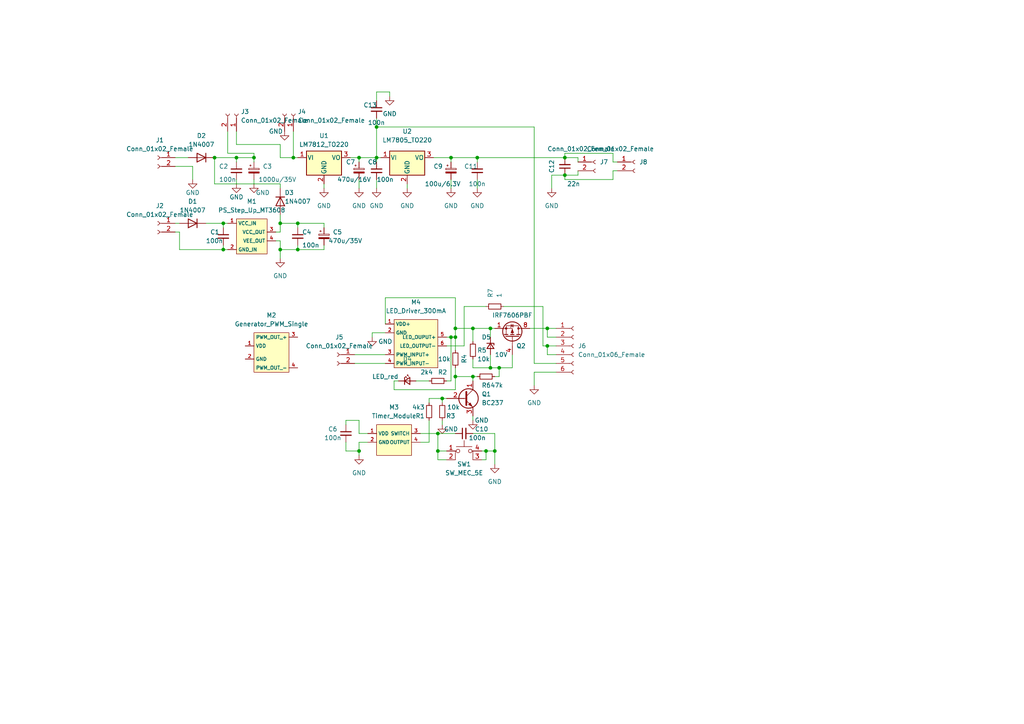
<source format=kicad_sch>
(kicad_sch
	(version 20231120)
	(generator "eeschema")
	(generator_version "8.0")
	(uuid "ffb5bc16-c1d3-41bd-abcf-748deb41422b")
	(paper "A4")
	(lib_symbols
		(symbol "Connector:Conn_01x02_Female"
			(pin_names
				(offset 1.016) hide)
			(exclude_from_sim no)
			(in_bom yes)
			(on_board yes)
			(property "Reference" "J"
				(at 0 2.54 0)
				(effects
					(font
						(size 1.27 1.27)
					)
				)
			)
			(property "Value" "Conn_01x02_Female"
				(at 0 -5.08 0)
				(effects
					(font
						(size 1.27 1.27)
					)
				)
			)
			(property "Footprint" ""
				(at 0 0 0)
				(effects
					(font
						(size 1.27 1.27)
					)
					(hide yes)
				)
			)
			(property "Datasheet" "~"
				(at 0 0 0)
				(effects
					(font
						(size 1.27 1.27)
					)
					(hide yes)
				)
			)
			(property "Description" "Generic connector, single row, 01x02, script generated (kicad-library-utils/schlib/autogen/connector/)"
				(at 0 0 0)
				(effects
					(font
						(size 1.27 1.27)
					)
					(hide yes)
				)
			)
			(property "ki_keywords" "connector"
				(at 0 0 0)
				(effects
					(font
						(size 1.27 1.27)
					)
					(hide yes)
				)
			)
			(property "ki_fp_filters" "Connector*:*_1x??_*"
				(at 0 0 0)
				(effects
					(font
						(size 1.27 1.27)
					)
					(hide yes)
				)
			)
			(symbol "Conn_01x02_Female_1_1"
				(arc
					(start 0 -2.032)
					(mid -0.5058 -2.54)
					(end 0 -3.048)
					(stroke
						(width 0.1524)
						(type default)
					)
					(fill
						(type none)
					)
				)
				(polyline
					(pts
						(xy -1.27 -2.54) (xy -0.508 -2.54)
					)
					(stroke
						(width 0.1524)
						(type default)
					)
					(fill
						(type none)
					)
				)
				(polyline
					(pts
						(xy -1.27 0) (xy -0.508 0)
					)
					(stroke
						(width 0.1524)
						(type default)
					)
					(fill
						(type none)
					)
				)
				(arc
					(start 0 0.508)
					(mid -0.5058 0)
					(end 0 -0.508)
					(stroke
						(width 0.1524)
						(type default)
					)
					(fill
						(type none)
					)
				)
				(pin passive line
					(at -5.08 0 0)
					(length 3.81)
					(name "Pin_1"
						(effects
							(font
								(size 1.27 1.27)
							)
						)
					)
					(number "1"
						(effects
							(font
								(size 1.27 1.27)
							)
						)
					)
				)
				(pin passive line
					(at -5.08 -2.54 0)
					(length 3.81)
					(name "Pin_2"
						(effects
							(font
								(size 1.27 1.27)
							)
						)
					)
					(number "2"
						(effects
							(font
								(size 1.27 1.27)
							)
						)
					)
				)
			)
		)
		(symbol "Connector:Conn_01x06_Female"
			(pin_names
				(offset 1.016) hide)
			(exclude_from_sim no)
			(in_bom yes)
			(on_board yes)
			(property "Reference" "J"
				(at 0 7.62 0)
				(effects
					(font
						(size 1.27 1.27)
					)
				)
			)
			(property "Value" "Conn_01x06_Female"
				(at 0 -10.16 0)
				(effects
					(font
						(size 1.27 1.27)
					)
				)
			)
			(property "Footprint" ""
				(at 0 0 0)
				(effects
					(font
						(size 1.27 1.27)
					)
					(hide yes)
				)
			)
			(property "Datasheet" "~"
				(at 0 0 0)
				(effects
					(font
						(size 1.27 1.27)
					)
					(hide yes)
				)
			)
			(property "Description" "Generic connector, single row, 01x06, script generated (kicad-library-utils/schlib/autogen/connector/)"
				(at 0 0 0)
				(effects
					(font
						(size 1.27 1.27)
					)
					(hide yes)
				)
			)
			(property "ki_keywords" "connector"
				(at 0 0 0)
				(effects
					(font
						(size 1.27 1.27)
					)
					(hide yes)
				)
			)
			(property "ki_fp_filters" "Connector*:*_1x??_*"
				(at 0 0 0)
				(effects
					(font
						(size 1.27 1.27)
					)
					(hide yes)
				)
			)
			(symbol "Conn_01x06_Female_1_1"
				(arc
					(start 0 -7.112)
					(mid -0.5058 -7.62)
					(end 0 -8.128)
					(stroke
						(width 0.1524)
						(type default)
					)
					(fill
						(type none)
					)
				)
				(arc
					(start 0 -4.572)
					(mid -0.5058 -5.08)
					(end 0 -5.588)
					(stroke
						(width 0.1524)
						(type default)
					)
					(fill
						(type none)
					)
				)
				(arc
					(start 0 -2.032)
					(mid -0.5058 -2.54)
					(end 0 -3.048)
					(stroke
						(width 0.1524)
						(type default)
					)
					(fill
						(type none)
					)
				)
				(polyline
					(pts
						(xy -1.27 -7.62) (xy -0.508 -7.62)
					)
					(stroke
						(width 0.1524)
						(type default)
					)
					(fill
						(type none)
					)
				)
				(polyline
					(pts
						(xy -1.27 -5.08) (xy -0.508 -5.08)
					)
					(stroke
						(width 0.1524)
						(type default)
					)
					(fill
						(type none)
					)
				)
				(polyline
					(pts
						(xy -1.27 -2.54) (xy -0.508 -2.54)
					)
					(stroke
						(width 0.1524)
						(type default)
					)
					(fill
						(type none)
					)
				)
				(polyline
					(pts
						(xy -1.27 0) (xy -0.508 0)
					)
					(stroke
						(width 0.1524)
						(type default)
					)
					(fill
						(type none)
					)
				)
				(polyline
					(pts
						(xy -1.27 2.54) (xy -0.508 2.54)
					)
					(stroke
						(width 0.1524)
						(type default)
					)
					(fill
						(type none)
					)
				)
				(polyline
					(pts
						(xy -1.27 5.08) (xy -0.508 5.08)
					)
					(stroke
						(width 0.1524)
						(type default)
					)
					(fill
						(type none)
					)
				)
				(arc
					(start 0 0.508)
					(mid -0.5058 0)
					(end 0 -0.508)
					(stroke
						(width 0.1524)
						(type default)
					)
					(fill
						(type none)
					)
				)
				(arc
					(start 0 3.048)
					(mid -0.5058 2.54)
					(end 0 2.032)
					(stroke
						(width 0.1524)
						(type default)
					)
					(fill
						(type none)
					)
				)
				(arc
					(start 0 5.588)
					(mid -0.5058 5.08)
					(end 0 4.572)
					(stroke
						(width 0.1524)
						(type default)
					)
					(fill
						(type none)
					)
				)
				(pin passive line
					(at -5.08 5.08 0)
					(length 3.81)
					(name "Pin_1"
						(effects
							(font
								(size 1.27 1.27)
							)
						)
					)
					(number "1"
						(effects
							(font
								(size 1.27 1.27)
							)
						)
					)
				)
				(pin passive line
					(at -5.08 2.54 0)
					(length 3.81)
					(name "Pin_2"
						(effects
							(font
								(size 1.27 1.27)
							)
						)
					)
					(number "2"
						(effects
							(font
								(size 1.27 1.27)
							)
						)
					)
				)
				(pin passive line
					(at -5.08 0 0)
					(length 3.81)
					(name "Pin_3"
						(effects
							(font
								(size 1.27 1.27)
							)
						)
					)
					(number "3"
						(effects
							(font
								(size 1.27 1.27)
							)
						)
					)
				)
				(pin passive line
					(at -5.08 -2.54 0)
					(length 3.81)
					(name "Pin_4"
						(effects
							(font
								(size 1.27 1.27)
							)
						)
					)
					(number "4"
						(effects
							(font
								(size 1.27 1.27)
							)
						)
					)
				)
				(pin passive line
					(at -5.08 -5.08 0)
					(length 3.81)
					(name "Pin_5"
						(effects
							(font
								(size 1.27 1.27)
							)
						)
					)
					(number "5"
						(effects
							(font
								(size 1.27 1.27)
							)
						)
					)
				)
				(pin passive line
					(at -5.08 -7.62 0)
					(length 3.81)
					(name "Pin_6"
						(effects
							(font
								(size 1.27 1.27)
							)
						)
					)
					(number "6"
						(effects
							(font
								(size 1.27 1.27)
							)
						)
					)
				)
			)
		)
		(symbol "Device:C_Polarized_Small"
			(pin_numbers hide)
			(pin_names
				(offset 0.254) hide)
			(exclude_from_sim no)
			(in_bom yes)
			(on_board yes)
			(property "Reference" "C"
				(at 0.254 1.778 0)
				(effects
					(font
						(size 1.27 1.27)
					)
					(justify left)
				)
			)
			(property "Value" "C_Polarized_Small"
				(at 0.254 -2.032 0)
				(effects
					(font
						(size 1.27 1.27)
					)
					(justify left)
				)
			)
			(property "Footprint" ""
				(at 0 0 0)
				(effects
					(font
						(size 1.27 1.27)
					)
					(hide yes)
				)
			)
			(property "Datasheet" "~"
				(at 0 0 0)
				(effects
					(font
						(size 1.27 1.27)
					)
					(hide yes)
				)
			)
			(property "Description" "Polarized capacitor, small symbol"
				(at 0 0 0)
				(effects
					(font
						(size 1.27 1.27)
					)
					(hide yes)
				)
			)
			(property "ki_keywords" "cap capacitor"
				(at 0 0 0)
				(effects
					(font
						(size 1.27 1.27)
					)
					(hide yes)
				)
			)
			(property "ki_fp_filters" "CP_*"
				(at 0 0 0)
				(effects
					(font
						(size 1.27 1.27)
					)
					(hide yes)
				)
			)
			(symbol "C_Polarized_Small_0_1"
				(rectangle
					(start -1.524 -0.3048)
					(end 1.524 -0.6858)
					(stroke
						(width 0)
						(type default)
					)
					(fill
						(type outline)
					)
				)
				(rectangle
					(start -1.524 0.6858)
					(end 1.524 0.3048)
					(stroke
						(width 0)
						(type default)
					)
					(fill
						(type none)
					)
				)
				(polyline
					(pts
						(xy -1.27 1.524) (xy -0.762 1.524)
					)
					(stroke
						(width 0)
						(type default)
					)
					(fill
						(type none)
					)
				)
				(polyline
					(pts
						(xy -1.016 1.27) (xy -1.016 1.778)
					)
					(stroke
						(width 0)
						(type default)
					)
					(fill
						(type none)
					)
				)
			)
			(symbol "C_Polarized_Small_1_1"
				(pin passive line
					(at 0 2.54 270)
					(length 1.8542)
					(name "~"
						(effects
							(font
								(size 1.27 1.27)
							)
						)
					)
					(number "1"
						(effects
							(font
								(size 1.27 1.27)
							)
						)
					)
				)
				(pin passive line
					(at 0 -2.54 90)
					(length 1.8542)
					(name "~"
						(effects
							(font
								(size 1.27 1.27)
							)
						)
					)
					(number "2"
						(effects
							(font
								(size 1.27 1.27)
							)
						)
					)
				)
			)
		)
		(symbol "Device:C_Small"
			(pin_numbers hide)
			(pin_names
				(offset 0.254) hide)
			(exclude_from_sim no)
			(in_bom yes)
			(on_board yes)
			(property "Reference" "C"
				(at 0.254 1.778 0)
				(effects
					(font
						(size 1.27 1.27)
					)
					(justify left)
				)
			)
			(property "Value" "C_Small"
				(at 0.254 -2.032 0)
				(effects
					(font
						(size 1.27 1.27)
					)
					(justify left)
				)
			)
			(property "Footprint" ""
				(at 0 0 0)
				(effects
					(font
						(size 1.27 1.27)
					)
					(hide yes)
				)
			)
			(property "Datasheet" "~"
				(at 0 0 0)
				(effects
					(font
						(size 1.27 1.27)
					)
					(hide yes)
				)
			)
			(property "Description" "Unpolarized capacitor, small symbol"
				(at 0 0 0)
				(effects
					(font
						(size 1.27 1.27)
					)
					(hide yes)
				)
			)
			(property "ki_keywords" "capacitor cap"
				(at 0 0 0)
				(effects
					(font
						(size 1.27 1.27)
					)
					(hide yes)
				)
			)
			(property "ki_fp_filters" "C_*"
				(at 0 0 0)
				(effects
					(font
						(size 1.27 1.27)
					)
					(hide yes)
				)
			)
			(symbol "C_Small_0_1"
				(polyline
					(pts
						(xy -1.524 -0.508) (xy 1.524 -0.508)
					)
					(stroke
						(width 0.3302)
						(type default)
					)
					(fill
						(type none)
					)
				)
				(polyline
					(pts
						(xy -1.524 0.508) (xy 1.524 0.508)
					)
					(stroke
						(width 0.3048)
						(type default)
					)
					(fill
						(type none)
					)
				)
			)
			(symbol "C_Small_1_1"
				(pin passive line
					(at 0 2.54 270)
					(length 2.032)
					(name "~"
						(effects
							(font
								(size 1.27 1.27)
							)
						)
					)
					(number "1"
						(effects
							(font
								(size 1.27 1.27)
							)
						)
					)
				)
				(pin passive line
					(at 0 -2.54 90)
					(length 2.032)
					(name "~"
						(effects
							(font
								(size 1.27 1.27)
							)
						)
					)
					(number "2"
						(effects
							(font
								(size 1.27 1.27)
							)
						)
					)
				)
			)
		)
		(symbol "Device:D_Zener_Small"
			(pin_numbers hide)
			(pin_names
				(offset 0.254) hide)
			(exclude_from_sim no)
			(in_bom yes)
			(on_board yes)
			(property "Reference" "D"
				(at 0 2.286 0)
				(effects
					(font
						(size 1.27 1.27)
					)
				)
			)
			(property "Value" "D_Zener_Small"
				(at 0 -2.286 0)
				(effects
					(font
						(size 1.27 1.27)
					)
				)
			)
			(property "Footprint" ""
				(at 0 0 90)
				(effects
					(font
						(size 1.27 1.27)
					)
					(hide yes)
				)
			)
			(property "Datasheet" "~"
				(at 0 0 90)
				(effects
					(font
						(size 1.27 1.27)
					)
					(hide yes)
				)
			)
			(property "Description" "Zener diode, small symbol"
				(at 0 0 0)
				(effects
					(font
						(size 1.27 1.27)
					)
					(hide yes)
				)
			)
			(property "ki_keywords" "diode"
				(at 0 0 0)
				(effects
					(font
						(size 1.27 1.27)
					)
					(hide yes)
				)
			)
			(property "ki_fp_filters" "TO-???* *_Diode_* *SingleDiode* D_*"
				(at 0 0 0)
				(effects
					(font
						(size 1.27 1.27)
					)
					(hide yes)
				)
			)
			(symbol "D_Zener_Small_0_1"
				(polyline
					(pts
						(xy 0.762 0) (xy -0.762 0)
					)
					(stroke
						(width 0)
						(type default)
					)
					(fill
						(type none)
					)
				)
				(polyline
					(pts
						(xy -0.254 1.016) (xy -0.762 1.016) (xy -0.762 -1.016)
					)
					(stroke
						(width 0.254)
						(type default)
					)
					(fill
						(type none)
					)
				)
				(polyline
					(pts
						(xy 0.762 1.016) (xy -0.762 0) (xy 0.762 -1.016) (xy 0.762 1.016)
					)
					(stroke
						(width 0.254)
						(type default)
					)
					(fill
						(type none)
					)
				)
			)
			(symbol "D_Zener_Small_1_1"
				(pin passive line
					(at -2.54 0 0)
					(length 1.778)
					(name "K"
						(effects
							(font
								(size 1.27 1.27)
							)
						)
					)
					(number "1"
						(effects
							(font
								(size 1.27 1.27)
							)
						)
					)
				)
				(pin passive line
					(at 2.54 0 180)
					(length 1.778)
					(name "A"
						(effects
							(font
								(size 1.27 1.27)
							)
						)
					)
					(number "2"
						(effects
							(font
								(size 1.27 1.27)
							)
						)
					)
				)
			)
		)
		(symbol "Device:LED_Small"
			(pin_numbers hide)
			(pin_names
				(offset 0.254) hide)
			(exclude_from_sim no)
			(in_bom yes)
			(on_board yes)
			(property "Reference" "D"
				(at -1.27 3.175 0)
				(effects
					(font
						(size 1.27 1.27)
					)
					(justify left)
				)
			)
			(property "Value" "LED_Small"
				(at -4.445 -2.54 0)
				(effects
					(font
						(size 1.27 1.27)
					)
					(justify left)
				)
			)
			(property "Footprint" ""
				(at 0 0 90)
				(effects
					(font
						(size 1.27 1.27)
					)
					(hide yes)
				)
			)
			(property "Datasheet" "~"
				(at 0 0 90)
				(effects
					(font
						(size 1.27 1.27)
					)
					(hide yes)
				)
			)
			(property "Description" "Light emitting diode, small symbol"
				(at 0 0 0)
				(effects
					(font
						(size 1.27 1.27)
					)
					(hide yes)
				)
			)
			(property "ki_keywords" "LED diode light-emitting-diode"
				(at 0 0 0)
				(effects
					(font
						(size 1.27 1.27)
					)
					(hide yes)
				)
			)
			(property "ki_fp_filters" "LED* LED_SMD:* LED_THT:*"
				(at 0 0 0)
				(effects
					(font
						(size 1.27 1.27)
					)
					(hide yes)
				)
			)
			(symbol "LED_Small_0_1"
				(polyline
					(pts
						(xy -0.762 -1.016) (xy -0.762 1.016)
					)
					(stroke
						(width 0.254)
						(type default)
					)
					(fill
						(type none)
					)
				)
				(polyline
					(pts
						(xy 1.016 0) (xy -0.762 0)
					)
					(stroke
						(width 0)
						(type default)
					)
					(fill
						(type none)
					)
				)
				(polyline
					(pts
						(xy 0.762 -1.016) (xy -0.762 0) (xy 0.762 1.016) (xy 0.762 -1.016)
					)
					(stroke
						(width 0.254)
						(type default)
					)
					(fill
						(type none)
					)
				)
				(polyline
					(pts
						(xy 0 0.762) (xy -0.508 1.27) (xy -0.254 1.27) (xy -0.508 1.27) (xy -0.508 1.016)
					)
					(stroke
						(width 0)
						(type default)
					)
					(fill
						(type none)
					)
				)
				(polyline
					(pts
						(xy 0.508 1.27) (xy 0 1.778) (xy 0.254 1.778) (xy 0 1.778) (xy 0 1.524)
					)
					(stroke
						(width 0)
						(type default)
					)
					(fill
						(type none)
					)
				)
			)
			(symbol "LED_Small_1_1"
				(pin passive line
					(at -2.54 0 0)
					(length 1.778)
					(name "K"
						(effects
							(font
								(size 1.27 1.27)
							)
						)
					)
					(number "1"
						(effects
							(font
								(size 1.27 1.27)
							)
						)
					)
				)
				(pin passive line
					(at 2.54 0 180)
					(length 1.778)
					(name "A"
						(effects
							(font
								(size 1.27 1.27)
							)
						)
					)
					(number "2"
						(effects
							(font
								(size 1.27 1.27)
							)
						)
					)
				)
			)
		)
		(symbol "Device:R_Small"
			(pin_numbers hide)
			(pin_names
				(offset 0.254) hide)
			(exclude_from_sim no)
			(in_bom yes)
			(on_board yes)
			(property "Reference" "R"
				(at 0.762 0.508 0)
				(effects
					(font
						(size 1.27 1.27)
					)
					(justify left)
				)
			)
			(property "Value" "R_Small"
				(at 0.762 -1.016 0)
				(effects
					(font
						(size 1.27 1.27)
					)
					(justify left)
				)
			)
			(property "Footprint" ""
				(at 0 0 0)
				(effects
					(font
						(size 1.27 1.27)
					)
					(hide yes)
				)
			)
			(property "Datasheet" "~"
				(at 0 0 0)
				(effects
					(font
						(size 1.27 1.27)
					)
					(hide yes)
				)
			)
			(property "Description" "Resistor, small symbol"
				(at 0 0 0)
				(effects
					(font
						(size 1.27 1.27)
					)
					(hide yes)
				)
			)
			(property "ki_keywords" "R resistor"
				(at 0 0 0)
				(effects
					(font
						(size 1.27 1.27)
					)
					(hide yes)
				)
			)
			(property "ki_fp_filters" "R_*"
				(at 0 0 0)
				(effects
					(font
						(size 1.27 1.27)
					)
					(hide yes)
				)
			)
			(symbol "R_Small_0_1"
				(rectangle
					(start -0.762 1.778)
					(end 0.762 -1.778)
					(stroke
						(width 0.2032)
						(type default)
					)
					(fill
						(type none)
					)
				)
			)
			(symbol "R_Small_1_1"
				(pin passive line
					(at 0 2.54 270)
					(length 0.762)
					(name "~"
						(effects
							(font
								(size 1.27 1.27)
							)
						)
					)
					(number "1"
						(effects
							(font
								(size 1.27 1.27)
							)
						)
					)
				)
				(pin passive line
					(at 0 -2.54 90)
					(length 0.762)
					(name "~"
						(effects
							(font
								(size 1.27 1.27)
							)
						)
					)
					(number "2"
						(effects
							(font
								(size 1.27 1.27)
							)
						)
					)
				)
			)
		)
		(symbol "Diode:1N4007"
			(pin_numbers hide)
			(pin_names
				(offset 1.016) hide)
			(exclude_from_sim no)
			(in_bom yes)
			(on_board yes)
			(property "Reference" "D"
				(at 0 2.54 0)
				(effects
					(font
						(size 1.27 1.27)
					)
				)
			)
			(property "Value" "1N4007"
				(at 0 -2.54 0)
				(effects
					(font
						(size 1.27 1.27)
					)
				)
			)
			(property "Footprint" "Diode_THT:D_DO-41_SOD81_P10.16mm_Horizontal"
				(at 0 -4.445 0)
				(effects
					(font
						(size 1.27 1.27)
					)
					(hide yes)
				)
			)
			(property "Datasheet" "http://www.vishay.com/docs/88503/1n4001.pdf"
				(at 0 0 0)
				(effects
					(font
						(size 1.27 1.27)
					)
					(hide yes)
				)
			)
			(property "Description" "1000V 1A General Purpose Rectifier Diode, DO-41"
				(at 0 0 0)
				(effects
					(font
						(size 1.27 1.27)
					)
					(hide yes)
				)
			)
			(property "ki_keywords" "diode"
				(at 0 0 0)
				(effects
					(font
						(size 1.27 1.27)
					)
					(hide yes)
				)
			)
			(property "ki_fp_filters" "D*DO?41*"
				(at 0 0 0)
				(effects
					(font
						(size 1.27 1.27)
					)
					(hide yes)
				)
			)
			(symbol "1N4007_0_1"
				(polyline
					(pts
						(xy -1.27 1.27) (xy -1.27 -1.27)
					)
					(stroke
						(width 0.254)
						(type default)
					)
					(fill
						(type none)
					)
				)
				(polyline
					(pts
						(xy 1.27 0) (xy -1.27 0)
					)
					(stroke
						(width 0)
						(type default)
					)
					(fill
						(type none)
					)
				)
				(polyline
					(pts
						(xy 1.27 1.27) (xy 1.27 -1.27) (xy -1.27 0) (xy 1.27 1.27)
					)
					(stroke
						(width 0.254)
						(type default)
					)
					(fill
						(type none)
					)
				)
			)
			(symbol "1N4007_1_1"
				(pin passive line
					(at -3.81 0 0)
					(length 2.54)
					(name "K"
						(effects
							(font
								(size 1.27 1.27)
							)
						)
					)
					(number "1"
						(effects
							(font
								(size 1.27 1.27)
							)
						)
					)
				)
				(pin passive line
					(at 3.81 0 180)
					(length 2.54)
					(name "A"
						(effects
							(font
								(size 1.27 1.27)
							)
						)
					)
					(number "2"
						(effects
							(font
								(size 1.27 1.27)
							)
						)
					)
				)
			)
		)
		(symbol "LED_Driver:LED_Driver_300mA"
			(exclude_from_sim no)
			(in_bom yes)
			(on_board yes)
			(property "Reference" "M4"
				(at 0 11.43 0)
				(effects
					(font
						(size 1.27 1.27)
					)
				)
			)
			(property "Value" "LED_Driver_300mA"
				(at 0 8.89 0)
				(effects
					(font
						(size 1.27 1.27)
					)
				)
			)
			(property "Footprint" "Dioda_THT:LED_Driver_300mA"
				(at 0 0 0)
				(effects
					(font
						(size 1.27 1.27)
					)
					(hide yes)
				)
			)
			(property "Datasheet" ""
				(at 0 0 0)
				(effects
					(font
						(size 1.27 1.27)
					)
					(hide yes)
				)
			)
			(property "Description" ""
				(at 0 0 0)
				(effects
					(font
						(size 1.27 1.27)
					)
					(hide yes)
				)
			)
			(symbol "LED_Driver_300mA_0_1"
				(rectangle
					(start -6.35 6.35)
					(end 6.35 -7.62)
					(stroke
						(width 0)
						(type default)
					)
					(fill
						(type background)
					)
				)
			)
			(symbol "LED_Driver_300mA_1_1"
				(pin power_in line
					(at -8.89 5.08 0)
					(length 2.54)
					(name "VDD+"
						(effects
							(font
								(size 1 1)
							)
						)
					)
					(number "1"
						(effects
							(font
								(size 1 1)
							)
						)
					)
				)
				(pin power_in line
					(at -8.89 2.54 0)
					(length 2.54)
					(name "GND"
						(effects
							(font
								(size 1 1)
							)
						)
					)
					(number "2"
						(effects
							(font
								(size 1 1)
							)
						)
					)
				)
				(pin input line
					(at -8.89 -3.81 0)
					(length 2.54)
					(name "PWM_INPUT+"
						(effects
							(font
								(size 1 1)
							)
						)
					)
					(number "3"
						(effects
							(font
								(size 1 1)
							)
						)
					)
				)
				(pin input line
					(at -8.89 -6.35 0)
					(length 2.54)
					(name "PWM_INPUT-"
						(effects
							(font
								(size 1 1)
							)
						)
					)
					(number "4"
						(effects
							(font
								(size 1 1)
							)
						)
					)
				)
				(pin power_out line
					(at 8.89 1.27 180)
					(length 2.54)
					(name "LED_OUPUT+"
						(effects
							(font
								(size 1 1)
							)
						)
					)
					(number "5"
						(effects
							(font
								(size 1 1)
							)
						)
					)
				)
				(pin power_out line
					(at 8.89 -1.27 180)
					(length 2.54)
					(name "LED_OUTPUT-"
						(effects
							(font
								(size 1 1)
							)
						)
					)
					(number "6"
						(effects
							(font
								(size 1 1)
							)
						)
					)
				)
			)
		)
		(symbol "PWM_Controller:Generator_PWM_Single"
			(exclude_from_sim no)
			(in_bom yes)
			(on_board yes)
			(property "Reference" "M2"
				(at 0 11.43 0)
				(effects
					(font
						(size 1.27 1.27)
					)
				)
			)
			(property "Value" "Generator_PWM_Single"
				(at 0 8.89 0)
				(effects
					(font
						(size 1.27 1.27)
					)
				)
			)
			(property "Footprint" "Dioda_THT:Generator_PWM_Single"
				(at 0 0 0)
				(effects
					(font
						(size 1.27 1.27)
					)
					(hide yes)
				)
			)
			(property "Datasheet" ""
				(at 0 0 0)
				(effects
					(font
						(size 1.27 1.27)
					)
					(hide yes)
				)
			)
			(property "Description" ""
				(at 0 0 0)
				(effects
					(font
						(size 1.27 1.27)
					)
					(hide yes)
				)
			)
			(symbol "Generator_PWM_Single_0_1"
				(rectangle
					(start -5.08 6.35)
					(end 5.08 -5.08)
					(stroke
						(width 0)
						(type default)
					)
					(fill
						(type background)
					)
				)
			)
			(symbol "Generator_PWM_Single_1_1"
				(pin power_in line
					(at -7.62 2.54 0)
					(length 2.54)
					(name "VDD"
						(effects
							(font
								(size 1 1)
							)
						)
					)
					(number "1"
						(effects
							(font
								(size 1 1)
							)
						)
					)
				)
				(pin power_in line
					(at -7.62 -1.27 0)
					(length 2.54)
					(name "GND"
						(effects
							(font
								(size 1 1)
							)
						)
					)
					(number "2"
						(effects
							(font
								(size 1 1)
							)
						)
					)
				)
				(pin output line
					(at 7.62 5.08 180)
					(length 2.54)
					(name "PWM_OUT_+"
						(effects
							(font
								(size 1 1)
							)
						)
					)
					(number "3"
						(effects
							(font
								(size 1 1)
							)
						)
					)
				)
				(pin output line
					(at 7.62 -3.81 180)
					(length 2.54)
					(name "PWM_OUT_-"
						(effects
							(font
								(size 1 1)
							)
						)
					)
					(number "4"
						(effects
							(font
								(size 1 1)
							)
						)
					)
				)
			)
		)
		(symbol "Power_Supply_STEP_UP:PS_XL6019"
			(exclude_from_sim no)
			(in_bom yes)
			(on_board yes)
			(property "Reference" "M1"
				(at -0.635 10.16 0)
				(effects
					(font
						(size 1.27 1.27)
					)
				)
			)
			(property "Value" "PS_Step_Up_MT3608"
				(at -0.635 7.62 0)
				(effects
					(font
						(size 1.27 1.27)
					)
				)
			)
			(property "Footprint" "Dioda_THT:PS_StepUp_MT3608"
				(at 0 0 0)
				(effects
					(font
						(size 1.27 1.27)
					)
					(hide yes)
				)
			)
			(property "Datasheet" ""
				(at 0 0 0)
				(effects
					(font
						(size 1.27 1.27)
					)
					(hide yes)
				)
			)
			(property "Description" ""
				(at 0 0 0)
				(effects
					(font
						(size 1.27 1.27)
					)
					(hide yes)
				)
			)
			(symbol "PS_XL6019_0_1"
				(rectangle
					(start -5.08 5.08)
					(end 3.81 -5.08)
					(stroke
						(width 0)
						(type default)
					)
					(fill
						(type background)
					)
				)
			)
			(symbol "PS_XL6019_1_1"
				(pin power_in line
					(at -7.62 3.81 0)
					(length 2.54)
					(name "VCC_IN"
						(effects
							(font
								(size 1 1)
							)
						)
					)
					(number "1"
						(effects
							(font
								(size 1 1)
							)
						)
					)
				)
				(pin power_in line
					(at -7.62 -3.81 0)
					(length 2.54)
					(name "GND_IN"
						(effects
							(font
								(size 1 1)
							)
						)
					)
					(number "2"
						(effects
							(font
								(size 1 1)
							)
						)
					)
				)
				(pin power_out line
					(at 6.35 1.27 180)
					(length 2.54)
					(name "VCC_OUT"
						(effects
							(font
								(size 1 1)
							)
						)
					)
					(number "3"
						(effects
							(font
								(size 1 1)
							)
						)
					)
				)
				(pin power_out line
					(at 6.35 -1.27 180)
					(length 2.54)
					(name "VEE_OUT"
						(effects
							(font
								(size 1 1)
							)
						)
					)
					(number "4"
						(effects
							(font
								(size 1 1)
							)
						)
					)
				)
			)
		)
		(symbol "Regulator_Linear:LM7805_TO220"
			(pin_names
				(offset 0.254)
			)
			(exclude_from_sim no)
			(in_bom yes)
			(on_board yes)
			(property "Reference" "U"
				(at -3.81 3.175 0)
				(effects
					(font
						(size 1.27 1.27)
					)
				)
			)
			(property "Value" "LM7805_TO220"
				(at 0 3.175 0)
				(effects
					(font
						(size 1.27 1.27)
					)
					(justify left)
				)
			)
			(property "Footprint" "Package_TO_SOT_THT:TO-220-3_Vertical"
				(at 0 5.715 0)
				(effects
					(font
						(size 1.27 1.27)
						(italic yes)
					)
					(hide yes)
				)
			)
			(property "Datasheet" "https://www.onsemi.cn/PowerSolutions/document/MC7800-D.PDF"
				(at 0 -1.27 0)
				(effects
					(font
						(size 1.27 1.27)
					)
					(hide yes)
				)
			)
			(property "Description" "Positive 1A 35V Linear Regulator, Fixed Output 5V, TO-220"
				(at 0 0 0)
				(effects
					(font
						(size 1.27 1.27)
					)
					(hide yes)
				)
			)
			(property "ki_keywords" "Voltage Regulator 1A Positive"
				(at 0 0 0)
				(effects
					(font
						(size 1.27 1.27)
					)
					(hide yes)
				)
			)
			(property "ki_fp_filters" "TO?220*"
				(at 0 0 0)
				(effects
					(font
						(size 1.27 1.27)
					)
					(hide yes)
				)
			)
			(symbol "LM7805_TO220_0_1"
				(rectangle
					(start -5.08 1.905)
					(end 5.08 -5.08)
					(stroke
						(width 0.254)
						(type default)
					)
					(fill
						(type background)
					)
				)
			)
			(symbol "LM7805_TO220_1_1"
				(pin power_in line
					(at -7.62 0 0)
					(length 2.54)
					(name "VI"
						(effects
							(font
								(size 1.27 1.27)
							)
						)
					)
					(number "1"
						(effects
							(font
								(size 1.27 1.27)
							)
						)
					)
				)
				(pin power_in line
					(at 0 -7.62 90)
					(length 2.54)
					(name "GND"
						(effects
							(font
								(size 1.27 1.27)
							)
						)
					)
					(number "2"
						(effects
							(font
								(size 1.27 1.27)
							)
						)
					)
				)
				(pin power_out line
					(at 7.62 0 180)
					(length 2.54)
					(name "VO"
						(effects
							(font
								(size 1.27 1.27)
							)
						)
					)
					(number "3"
						(effects
							(font
								(size 1.27 1.27)
							)
						)
					)
				)
			)
		)
		(symbol "Regulator_Linear:LM7812_TO220"
			(pin_names
				(offset 0.254)
			)
			(exclude_from_sim no)
			(in_bom yes)
			(on_board yes)
			(property "Reference" "U"
				(at -3.81 3.175 0)
				(effects
					(font
						(size 1.27 1.27)
					)
				)
			)
			(property "Value" "LM7812_TO220"
				(at 0 3.175 0)
				(effects
					(font
						(size 1.27 1.27)
					)
					(justify left)
				)
			)
			(property "Footprint" "Package_TO_SOT_THT:TO-220-3_Vertical"
				(at 0 5.715 0)
				(effects
					(font
						(size 1.27 1.27)
						(italic yes)
					)
					(hide yes)
				)
			)
			(property "Datasheet" "https://www.onsemi.cn/PowerSolutions/document/MC7800-D.PDF"
				(at 0 -1.27 0)
				(effects
					(font
						(size 1.27 1.27)
					)
					(hide yes)
				)
			)
			(property "Description" "Positive 1A 35V Linear Regulator, Fixed Output 12V, TO-220"
				(at 0 0 0)
				(effects
					(font
						(size 1.27 1.27)
					)
					(hide yes)
				)
			)
			(property "ki_keywords" "Voltage Regulator 1A Positive"
				(at 0 0 0)
				(effects
					(font
						(size 1.27 1.27)
					)
					(hide yes)
				)
			)
			(property "ki_fp_filters" "TO?220*"
				(at 0 0 0)
				(effects
					(font
						(size 1.27 1.27)
					)
					(hide yes)
				)
			)
			(symbol "LM7812_TO220_0_1"
				(rectangle
					(start -5.08 1.905)
					(end 5.08 -5.08)
					(stroke
						(width 0.254)
						(type default)
					)
					(fill
						(type background)
					)
				)
			)
			(symbol "LM7812_TO220_1_1"
				(pin power_in line
					(at -7.62 0 0)
					(length 2.54)
					(name "VI"
						(effects
							(font
								(size 1.27 1.27)
							)
						)
					)
					(number "1"
						(effects
							(font
								(size 1.27 1.27)
							)
						)
					)
				)
				(pin power_in line
					(at 0 -7.62 90)
					(length 2.54)
					(name "GND"
						(effects
							(font
								(size 1.27 1.27)
							)
						)
					)
					(number "2"
						(effects
							(font
								(size 1.27 1.27)
							)
						)
					)
				)
				(pin power_out line
					(at 7.62 0 180)
					(length 2.54)
					(name "VO"
						(effects
							(font
								(size 1.27 1.27)
							)
						)
					)
					(number "3"
						(effects
							(font
								(size 1.27 1.27)
							)
						)
					)
				)
			)
		)
		(symbol "Switch:SW_MEC_5E"
			(pin_names
				(offset 1.016) hide)
			(exclude_from_sim no)
			(in_bom yes)
			(on_board yes)
			(property "Reference" "SW"
				(at 0.635 5.715 0)
				(effects
					(font
						(size 1.27 1.27)
					)
					(justify left)
				)
			)
			(property "Value" "SW_MEC_5E"
				(at 0 -3.175 0)
				(effects
					(font
						(size 1.27 1.27)
					)
				)
			)
			(property "Footprint" ""
				(at 0 7.62 0)
				(effects
					(font
						(size 1.27 1.27)
					)
					(hide yes)
				)
			)
			(property "Datasheet" "http://www.apem.com/int/index.php?controller=attachment&id_attachment=1371"
				(at 0 7.62 0)
				(effects
					(font
						(size 1.27 1.27)
					)
					(hide yes)
				)
			)
			(property "Description" "MEC 5E single pole normally-open tactile switch"
				(at 0 0 0)
				(effects
					(font
						(size 1.27 1.27)
					)
					(hide yes)
				)
			)
			(property "ki_keywords" "switch normally-open pushbutton push-button"
				(at 0 0 0)
				(effects
					(font
						(size 1.27 1.27)
					)
					(hide yes)
				)
			)
			(property "ki_fp_filters" "SW*MEC*5G*"
				(at 0 0 0)
				(effects
					(font
						(size 1.27 1.27)
					)
					(hide yes)
				)
			)
			(symbol "SW_MEC_5E_0_1"
				(circle
					(center -1.778 2.54)
					(radius 0.508)
					(stroke
						(width 0)
						(type default)
					)
					(fill
						(type none)
					)
				)
				(polyline
					(pts
						(xy -2.286 3.81) (xy 2.286 3.81)
					)
					(stroke
						(width 0)
						(type default)
					)
					(fill
						(type none)
					)
				)
				(polyline
					(pts
						(xy 0 3.81) (xy 0 5.588)
					)
					(stroke
						(width 0)
						(type default)
					)
					(fill
						(type none)
					)
				)
				(polyline
					(pts
						(xy -2.54 0) (xy -2.54 2.54) (xy -2.286 2.54)
					)
					(stroke
						(width 0)
						(type default)
					)
					(fill
						(type none)
					)
				)
				(polyline
					(pts
						(xy 2.54 0) (xy 2.54 2.54) (xy 2.286 2.54)
					)
					(stroke
						(width 0)
						(type default)
					)
					(fill
						(type none)
					)
				)
				(circle
					(center 1.778 2.54)
					(radius 0.508)
					(stroke
						(width 0)
						(type default)
					)
					(fill
						(type none)
					)
				)
				(pin passive line
					(at -5.08 2.54 0)
					(length 2.54)
					(name "1"
						(effects
							(font
								(size 1.27 1.27)
							)
						)
					)
					(number "1"
						(effects
							(font
								(size 1.27 1.27)
							)
						)
					)
				)
				(pin passive line
					(at -5.08 0 0)
					(length 2.54)
					(name "2"
						(effects
							(font
								(size 1.27 1.27)
							)
						)
					)
					(number "2"
						(effects
							(font
								(size 1.27 1.27)
							)
						)
					)
				)
				(pin passive line
					(at 5.08 0 180)
					(length 2.54)
					(name "K"
						(effects
							(font
								(size 1.27 1.27)
							)
						)
					)
					(number "3"
						(effects
							(font
								(size 1.27 1.27)
							)
						)
					)
				)
				(pin passive line
					(at 5.08 2.54 180)
					(length 2.54)
					(name "A"
						(effects
							(font
								(size 1.27 1.27)
							)
						)
					)
					(number "4"
						(effects
							(font
								(size 1.27 1.27)
							)
						)
					)
				)
			)
		)
		(symbol "Timer_Module:Timer_Module"
			(exclude_from_sim no)
			(in_bom yes)
			(on_board yes)
			(property "Reference" "M3"
				(at 0 10.16 0)
				(effects
					(font
						(size 1.27 1.27)
					)
				)
			)
			(property "Value" "Timer_Module"
				(at 0 7.62 0)
				(effects
					(font
						(size 1.27 1.27)
					)
				)
			)
			(property "Footprint" "Dioda_THT:Timer"
				(at 0 0 0)
				(effects
					(font
						(size 1.27 1.27)
					)
					(hide yes)
				)
			)
			(property "Datasheet" ""
				(at 0 0 0)
				(effects
					(font
						(size 1.27 1.27)
					)
					(hide yes)
				)
			)
			(property "Description" ""
				(at 0 0 0)
				(effects
					(font
						(size 1.27 1.27)
					)
					(hide yes)
				)
			)
			(symbol "Timer_Module_0_1"
				(rectangle
					(start -5.08 5.08)
					(end 5.08 -3.81)
					(stroke
						(width 0)
						(type default)
					)
					(fill
						(type background)
					)
				)
			)
			(symbol "Timer_Module_1_1"
				(pin power_in line
					(at -7.62 2.54 0)
					(length 2.54)
					(name "VDD"
						(effects
							(font
								(size 1 1)
							)
						)
					)
					(number "1"
						(effects
							(font
								(size 1 1)
							)
						)
					)
				)
				(pin power_in line
					(at -7.62 0 0)
					(length 2.54)
					(name "GND"
						(effects
							(font
								(size 1 1)
							)
						)
					)
					(number "2"
						(effects
							(font
								(size 1 1)
							)
						)
					)
				)
				(pin input line
					(at 7.62 2.54 180)
					(length 2.54)
					(name "SWITCH"
						(effects
							(font
								(size 1 1)
							)
						)
					)
					(number "3"
						(effects
							(font
								(size 1 1)
							)
						)
					)
				)
				(pin output line
					(at 7.62 0 180)
					(length 2.54)
					(name "OUTPUT"
						(effects
							(font
								(size 1 1)
							)
						)
					)
					(number "4"
						(effects
							(font
								(size 1 1)
							)
						)
					)
				)
			)
		)
		(symbol "Transistor_BJT:BC237"
			(pin_names
				(offset 0) hide)
			(exclude_from_sim no)
			(in_bom yes)
			(on_board yes)
			(property "Reference" "Q"
				(at 5.08 1.905 0)
				(effects
					(font
						(size 1.27 1.27)
					)
					(justify left)
				)
			)
			(property "Value" "BC237"
				(at 5.08 0 0)
				(effects
					(font
						(size 1.27 1.27)
					)
					(justify left)
				)
			)
			(property "Footprint" "Package_TO_SOT_THT:TO-92_Inline"
				(at 5.08 -1.905 0)
				(effects
					(font
						(size 1.27 1.27)
						(italic yes)
					)
					(justify left)
					(hide yes)
				)
			)
			(property "Datasheet" "http://www.onsemi.com/pub_link/Collateral/BC237-D.PDF"
				(at 0 0 0)
				(effects
					(font
						(size 1.27 1.27)
					)
					(justify left)
					(hide yes)
				)
			)
			(property "Description" "100mA Ic, 50V Vce, Epitaxial Silicon NPN Transistor, TO-92"
				(at 0 0 0)
				(effects
					(font
						(size 1.27 1.27)
					)
					(hide yes)
				)
			)
			(property "ki_keywords" "Epitaxial Silicon NPN Transistor"
				(at 0 0 0)
				(effects
					(font
						(size 1.27 1.27)
					)
					(hide yes)
				)
			)
			(property "ki_fp_filters" "TO?92*"
				(at 0 0 0)
				(effects
					(font
						(size 1.27 1.27)
					)
					(hide yes)
				)
			)
			(symbol "BC237_0_1"
				(polyline
					(pts
						(xy 0 0) (xy 0.635 0)
					)
					(stroke
						(width 0)
						(type default)
					)
					(fill
						(type none)
					)
				)
				(polyline
					(pts
						(xy 0.635 0.635) (xy 2.54 2.54)
					)
					(stroke
						(width 0)
						(type default)
					)
					(fill
						(type none)
					)
				)
				(polyline
					(pts
						(xy 0.635 -0.635) (xy 2.54 -2.54) (xy 2.54 -2.54)
					)
					(stroke
						(width 0)
						(type default)
					)
					(fill
						(type none)
					)
				)
				(polyline
					(pts
						(xy 0.635 1.905) (xy 0.635 -1.905) (xy 0.635 -1.905)
					)
					(stroke
						(width 0.508)
						(type default)
					)
					(fill
						(type none)
					)
				)
				(polyline
					(pts
						(xy 1.27 -1.778) (xy 1.778 -1.27) (xy 2.286 -2.286) (xy 1.27 -1.778) (xy 1.27 -1.778)
					)
					(stroke
						(width 0)
						(type default)
					)
					(fill
						(type outline)
					)
				)
				(circle
					(center 1.27 0)
					(radius 2.8194)
					(stroke
						(width 0.254)
						(type default)
					)
					(fill
						(type none)
					)
				)
			)
			(symbol "BC237_1_1"
				(pin passive line
					(at 2.54 5.08 270)
					(length 2.54)
					(name "C"
						(effects
							(font
								(size 1.27 1.27)
							)
						)
					)
					(number "1"
						(effects
							(font
								(size 1.27 1.27)
							)
						)
					)
				)
				(pin input line
					(at -5.08 0 0)
					(length 5.08)
					(name "B"
						(effects
							(font
								(size 1.27 1.27)
							)
						)
					)
					(number "2"
						(effects
							(font
								(size 1.27 1.27)
							)
						)
					)
				)
				(pin passive line
					(at 2.54 -5.08 90)
					(length 2.54)
					(name "E"
						(effects
							(font
								(size 1.27 1.27)
							)
						)
					)
					(number "3"
						(effects
							(font
								(size 1.27 1.27)
							)
						)
					)
				)
			)
		)
		(symbol "Transistor_FET:IRF7606PBF"
			(pin_names hide)
			(exclude_from_sim no)
			(in_bom yes)
			(on_board yes)
			(property "Reference" "Q"
				(at 5.08 1.905 0)
				(effects
					(font
						(size 1.27 1.27)
					)
					(justify left)
				)
			)
			(property "Value" "IRF7606PBF"
				(at 5.08 0 0)
				(effects
					(font
						(size 1.27 1.27)
					)
					(justify left)
				)
			)
			(property "Footprint" "Package_SO:MSOP-8_3x3mm_P0.65mm"
				(at 5.08 -1.905 0)
				(effects
					(font
						(size 1.27 1.27)
						(italic yes)
					)
					(justify left)
					(hide yes)
				)
			)
			(property "Datasheet" "http://www.irf.com/product-info/datasheets/data/irf7606pbf.pdf"
				(at 0 0 90)
				(effects
					(font
						(size 1.27 1.27)
					)
					(justify left)
					(hide yes)
				)
			)
			(property "Description" "-3.6A Id, -30V Vds, HexFET P-MOS Power MOSFET, Ronon 0.09R, Micro8"
				(at 0 0 0)
				(effects
					(font
						(size 1.27 1.27)
					)
					(hide yes)
				)
			)
			(property "ki_keywords" "HexFET Power MOSFET P-MOS"
				(at 0 0 0)
				(effects
					(font
						(size 1.27 1.27)
					)
					(hide yes)
				)
			)
			(property "ki_fp_filters" "MSOP*3x3mm*P0.65mm*"
				(at 0 0 0)
				(effects
					(font
						(size 1.27 1.27)
					)
					(hide yes)
				)
			)
			(symbol "IRF7606PBF_0_1"
				(polyline
					(pts
						(xy 0.254 0) (xy -2.54 0)
					)
					(stroke
						(width 0)
						(type default)
					)
					(fill
						(type none)
					)
				)
				(polyline
					(pts
						(xy 0.254 1.905) (xy 0.254 -1.905)
					)
					(stroke
						(width 0.254)
						(type default)
					)
					(fill
						(type none)
					)
				)
				(polyline
					(pts
						(xy 0.762 -1.27) (xy 0.762 -2.286)
					)
					(stroke
						(width 0.254)
						(type default)
					)
					(fill
						(type none)
					)
				)
				(polyline
					(pts
						(xy 0.762 0.508) (xy 0.762 -0.508)
					)
					(stroke
						(width 0.254)
						(type default)
					)
					(fill
						(type none)
					)
				)
				(polyline
					(pts
						(xy 0.762 2.286) (xy 0.762 1.27)
					)
					(stroke
						(width 0.254)
						(type default)
					)
					(fill
						(type none)
					)
				)
				(polyline
					(pts
						(xy 2.54 2.54) (xy 2.54 1.778)
					)
					(stroke
						(width 0)
						(type default)
					)
					(fill
						(type none)
					)
				)
				(polyline
					(pts
						(xy 2.54 -2.54) (xy 2.54 0) (xy 0.762 0)
					)
					(stroke
						(width 0)
						(type default)
					)
					(fill
						(type none)
					)
				)
				(polyline
					(pts
						(xy 0.762 1.778) (xy 3.302 1.778) (xy 3.302 -1.778) (xy 0.762 -1.778)
					)
					(stroke
						(width 0)
						(type default)
					)
					(fill
						(type none)
					)
				)
				(polyline
					(pts
						(xy 2.286 0) (xy 1.27 0.381) (xy 1.27 -0.381) (xy 2.286 0)
					)
					(stroke
						(width 0)
						(type default)
					)
					(fill
						(type outline)
					)
				)
				(polyline
					(pts
						(xy 2.794 -0.508) (xy 2.921 -0.381) (xy 3.683 -0.381) (xy 3.81 -0.254)
					)
					(stroke
						(width 0)
						(type default)
					)
					(fill
						(type none)
					)
				)
				(polyline
					(pts
						(xy 3.302 -0.381) (xy 2.921 0.254) (xy 3.683 0.254) (xy 3.302 -0.381)
					)
					(stroke
						(width 0)
						(type default)
					)
					(fill
						(type none)
					)
				)
				(circle
					(center 1.651 0)
					(radius 2.794)
					(stroke
						(width 0.254)
						(type default)
					)
					(fill
						(type none)
					)
				)
				(circle
					(center 2.54 -1.778)
					(radius 0.254)
					(stroke
						(width 0)
						(type default)
					)
					(fill
						(type outline)
					)
				)
				(circle
					(center 2.54 1.778)
					(radius 0.254)
					(stroke
						(width 0)
						(type default)
					)
					(fill
						(type outline)
					)
				)
			)
			(symbol "IRF7606PBF_1_1"
				(pin passive line
					(at 2.54 -5.08 90)
					(length 2.54)
					(name "S"
						(effects
							(font
								(size 1.27 1.27)
							)
						)
					)
					(number "1"
						(effects
							(font
								(size 1.27 1.27)
							)
						)
					)
				)
				(pin passive line
					(at 2.54 -5.08 90)
					(length 2.54) hide
					(name "S"
						(effects
							(font
								(size 1.27 1.27)
							)
						)
					)
					(number "2"
						(effects
							(font
								(size 1.27 1.27)
							)
						)
					)
				)
				(pin passive line
					(at 2.54 -5.08 90)
					(length 2.54) hide
					(name "S"
						(effects
							(font
								(size 1.27 1.27)
							)
						)
					)
					(number "3"
						(effects
							(font
								(size 1.27 1.27)
							)
						)
					)
				)
				(pin passive line
					(at -5.08 0 0)
					(length 2.54)
					(name "G"
						(effects
							(font
								(size 1.27 1.27)
							)
						)
					)
					(number "4"
						(effects
							(font
								(size 1.27 1.27)
							)
						)
					)
				)
				(pin passive line
					(at 2.54 5.08 270)
					(length 2.54) hide
					(name "D"
						(effects
							(font
								(size 1.27 1.27)
							)
						)
					)
					(number "5"
						(effects
							(font
								(size 1.27 1.27)
							)
						)
					)
				)
				(pin passive line
					(at 2.54 5.08 270)
					(length 2.54) hide
					(name "D"
						(effects
							(font
								(size 1.27 1.27)
							)
						)
					)
					(number "6"
						(effects
							(font
								(size 1.27 1.27)
							)
						)
					)
				)
				(pin passive line
					(at 2.54 5.08 270)
					(length 2.54) hide
					(name "D"
						(effects
							(font
								(size 1.27 1.27)
							)
						)
					)
					(number "7"
						(effects
							(font
								(size 1.27 1.27)
							)
						)
					)
				)
				(pin passive line
					(at 2.54 5.08 270)
					(length 2.54)
					(name "D"
						(effects
							(font
								(size 1.27 1.27)
							)
						)
					)
					(number "8"
						(effects
							(font
								(size 1.27 1.27)
							)
						)
					)
				)
			)
		)
		(symbol "power:GND"
			(power)
			(pin_names
				(offset 0)
			)
			(exclude_from_sim no)
			(in_bom yes)
			(on_board yes)
			(property "Reference" "#PWR"
				(at 0 -6.35 0)
				(effects
					(font
						(size 1.27 1.27)
					)
					(hide yes)
				)
			)
			(property "Value" "GND"
				(at 0 -3.81 0)
				(effects
					(font
						(size 1.27 1.27)
					)
				)
			)
			(property "Footprint" ""
				(at 0 0 0)
				(effects
					(font
						(size 1.27 1.27)
					)
					(hide yes)
				)
			)
			(property "Datasheet" ""
				(at 0 0 0)
				(effects
					(font
						(size 1.27 1.27)
					)
					(hide yes)
				)
			)
			(property "Description" "Power symbol creates a global label with name \"GND\" , ground"
				(at 0 0 0)
				(effects
					(font
						(size 1.27 1.27)
					)
					(hide yes)
				)
			)
			(property "ki_keywords" "power-flag"
				(at 0 0 0)
				(effects
					(font
						(size 1.27 1.27)
					)
					(hide yes)
				)
			)
			(symbol "GND_0_1"
				(polyline
					(pts
						(xy 0 0) (xy 0 -1.27) (xy 1.27 -1.27) (xy 0 -2.54) (xy -1.27 -1.27) (xy 0 -1.27)
					)
					(stroke
						(width 0)
						(type default)
					)
					(fill
						(type none)
					)
				)
			)
			(symbol "GND_1_1"
				(pin power_in line
					(at 0 0 270)
					(length 0) hide
					(name "GND"
						(effects
							(font
								(size 1.27 1.27)
							)
						)
					)
					(number "1"
						(effects
							(font
								(size 1.27 1.27)
							)
						)
					)
				)
			)
		)
	)
	(junction
		(at 158.75 100.33)
		(diameter 0)
		(color 0 0 0 0)
		(uuid "0302c56b-a8b1-4dae-8e1b-041bd40d4808")
	)
	(junction
		(at 127 125.73)
		(diameter 0)
		(color 0 0 0 0)
		(uuid "0498e017-0703-4843-9389-1b655749dbc4")
	)
	(junction
		(at 81.28 72.39)
		(diameter 0)
		(color 0 0 0 0)
		(uuid "0ff4bc2c-ec22-4749-8f20-eb3531a552f0")
	)
	(junction
		(at 158.75 95.25)
		(diameter 0)
		(color 0 0 0 0)
		(uuid "1463d496-3e17-434b-956b-20b56b189baa")
	)
	(junction
		(at 138.43 45.72)
		(diameter 0)
		(color 0 0 0 0)
		(uuid "1d420293-cc91-4383-8b06-10ab230ab470")
	)
	(junction
		(at 104.14 45.72)
		(diameter 0)
		(color 0 0 0 0)
		(uuid "202597c7-a764-466a-bf34-254d17846b97")
	)
	(junction
		(at 104.14 130.81)
		(diameter 0)
		(color 0 0 0 0)
		(uuid "2f7cf17a-8dda-41f6-81f2-5b14acd2d63a")
	)
	(junction
		(at 132.08 97.79)
		(diameter 0)
		(color 0 0 0 0)
		(uuid "34843204-fdfe-4686-8519-ffc4f699a7ba")
	)
	(junction
		(at 81.28 64.77)
		(diameter 0)
		(color 0 0 0 0)
		(uuid "36bc81f7-d263-4249-a83d-b5ae0ac9f107")
	)
	(junction
		(at 62.23 45.72)
		(diameter 0)
		(color 0 0 0 0)
		(uuid "389d704e-5a61-45bc-add0-2f88a30e5a5f")
	)
	(junction
		(at 68.58 45.72)
		(diameter 0)
		(color 0 0 0 0)
		(uuid "3cfca1bd-d38a-4d49-9960-9b1b7dd53401")
	)
	(junction
		(at 127 130.81)
		(diameter 0)
		(color 0 0 0 0)
		(uuid "42d0fbdb-92d0-4cc0-a319-2f0aa1895af7")
	)
	(junction
		(at 142.24 95.25)
		(diameter 0)
		(color 0 0 0 0)
		(uuid "4356274c-cabe-4a20-a7e8-5517ad927350")
	)
	(junction
		(at 130.81 45.72)
		(diameter 0)
		(color 0 0 0 0)
		(uuid "47d3d29c-f757-4962-a18f-19bff3e812ea")
	)
	(junction
		(at 144.78 106.68)
		(diameter 0)
		(color 0 0 0 0)
		(uuid "4806e46e-d44a-494d-9aff-e7745d40f6a9")
	)
	(junction
		(at 64.77 72.39)
		(diameter 0)
		(color 0 0 0 0)
		(uuid "49d9d812-d0ea-4519-b5a7-0784e09f4baf")
	)
	(junction
		(at 86.36 72.39)
		(diameter 0)
		(color 0 0 0 0)
		(uuid "4ec3de3b-8cd7-4911-b686-807f24b9bf3c")
	)
	(junction
		(at 163.83 45.72)
		(diameter 0)
		(color 0 0 0 0)
		(uuid "5653f39a-52b0-4ded-ac6a-7e0e51e104d9")
	)
	(junction
		(at 130.81 97.79)
		(diameter 0)
		(color 0 0 0 0)
		(uuid "569a0f07-02fe-4ae1-9b0d-dd898436c6b0")
	)
	(junction
		(at 137.16 109.22)
		(diameter 0)
		(color 0 0 0 0)
		(uuid "584eeb8c-4ac2-4c94-885d-f1334890b6f2")
	)
	(junction
		(at 140.97 130.81)
		(diameter 0)
		(color 0 0 0 0)
		(uuid "664b394a-f371-4af1-bc2f-fc6bf80718de")
	)
	(junction
		(at 143.51 130.81)
		(diameter 0)
		(color 0 0 0 0)
		(uuid "67f440a0-17b5-459f-be92-7447851fff1c")
	)
	(junction
		(at 109.22 45.72)
		(diameter 0)
		(color 0 0 0 0)
		(uuid "7335b181-6467-402e-aa9b-43a8db3a6f48")
	)
	(junction
		(at 73.66 45.72)
		(diameter 0)
		(color 0 0 0 0)
		(uuid "99d537c9-2ac9-4c55-99b6-7afe09a724d4")
	)
	(junction
		(at 132.08 95.25)
		(diameter 0)
		(color 0 0 0 0)
		(uuid "9b4f0853-c2c3-4ceb-8eb6-e7db0d8222b5")
	)
	(junction
		(at 64.77 64.77)
		(diameter 0)
		(color 0 0 0 0)
		(uuid "adcb4bf5-c139-4d66-980e-fb6cd077b6bb")
	)
	(junction
		(at 86.36 64.77)
		(diameter 0)
		(color 0 0 0 0)
		(uuid "ae3fc3e5-823b-49e9-a434-fbfcb28d5c2e")
	)
	(junction
		(at 109.22 36.83)
		(diameter 0)
		(color 0 0 0 0)
		(uuid "b3403e68-aca2-4530-98fb-43acacebfadd")
	)
	(junction
		(at 163.83 50.8)
		(diameter 0)
		(color 0 0 0 0)
		(uuid "b8f48f2d-144c-45f1-9c20-647c58d0a58d")
	)
	(junction
		(at 132.08 109.22)
		(diameter 0)
		(color 0 0 0 0)
		(uuid "bd300a0a-b14a-4302-865d-9a3513410d26")
	)
	(junction
		(at 137.16 95.25)
		(diameter 0)
		(color 0 0 0 0)
		(uuid "d3b054e6-5586-4a66-a51d-e308e9bfd8be")
	)
	(junction
		(at 128.27 115.57)
		(diameter 0)
		(color 0 0 0 0)
		(uuid "e2efb6db-1a0a-4b59-8fed-faceb5500a8a")
	)
	(junction
		(at 142.24 106.68)
		(diameter 0)
		(color 0 0 0 0)
		(uuid "e5b1970e-a764-46ba-8f66-b2f8cd8fd3a7")
	)
	(junction
		(at 85.09 45.72)
		(diameter 0)
		(color 0 0 0 0)
		(uuid "febb8f59-417f-4afe-9b3b-807c7ea3626c")
	)
	(wire
		(pts
			(xy 109.22 36.83) (xy 109.22 45.72)
		)
		(stroke
			(width 0)
			(type default)
		)
		(uuid "0013e5af-e688-49da-8f08-307af1709782")
	)
	(wire
		(pts
			(xy 104.14 125.73) (xy 106.68 125.73)
		)
		(stroke
			(width 0)
			(type default)
		)
		(uuid "06e3145d-50c3-477d-bba2-0b5d022c6ef0")
	)
	(wire
		(pts
			(xy 113.03 26.67) (xy 113.03 27.94)
		)
		(stroke
			(width 0)
			(type default)
		)
		(uuid "09bc09eb-b30b-4ffa-9bfe-3677637618f6")
	)
	(wire
		(pts
			(xy 124.46 121.92) (xy 124.46 128.27)
		)
		(stroke
			(width 0)
			(type default)
		)
		(uuid "0c155948-1463-41f1-a1b2-e369a54df8dc")
	)
	(wire
		(pts
			(xy 93.98 64.77) (xy 86.36 64.77)
		)
		(stroke
			(width 0)
			(type default)
		)
		(uuid "0e2f350b-2ac5-457c-b373-a14802e40fda")
	)
	(wire
		(pts
			(xy 154.94 105.41) (xy 154.94 36.83)
		)
		(stroke
			(width 0)
			(type default)
		)
		(uuid "116f81ad-1131-4623-9a49-be21ea2e5e50")
	)
	(wire
		(pts
			(xy 62.23 53.34) (xy 81.28 53.34)
		)
		(stroke
			(width 0)
			(type default)
		)
		(uuid "1299ae80-b173-4440-a589-5465cf3887a1")
	)
	(wire
		(pts
			(xy 142.24 106.68) (xy 144.78 106.68)
		)
		(stroke
			(width 0)
			(type default)
		)
		(uuid "12b0af81-e347-44c7-b7ac-b4452583f2a2")
	)
	(wire
		(pts
			(xy 154.94 107.95) (xy 161.29 107.95)
		)
		(stroke
			(width 0)
			(type default)
		)
		(uuid "1358eb43-3e5d-442f-9880-953a2f940236")
	)
	(wire
		(pts
			(xy 128.27 115.57) (xy 129.54 115.57)
		)
		(stroke
			(width 0)
			(type default)
		)
		(uuid "159deb52-5f80-49f8-9761-655f0310befc")
	)
	(wire
		(pts
			(xy 81.28 54.61) (xy 81.28 53.34)
		)
		(stroke
			(width 0)
			(type default)
		)
		(uuid "15e1c956-a688-470f-867e-2cb1c365ef09")
	)
	(wire
		(pts
			(xy 125.73 45.72) (xy 130.81 45.72)
		)
		(stroke
			(width 0)
			(type default)
		)
		(uuid "1621ecd7-5f7f-4992-a23b-88c3e244e5cd")
	)
	(wire
		(pts
			(xy 142.24 102.87) (xy 142.24 106.68)
		)
		(stroke
			(width 0)
			(type default)
		)
		(uuid "17124d94-845b-4d43-918f-513052aaa609")
	)
	(wire
		(pts
			(xy 66.04 72.39) (xy 64.77 72.39)
		)
		(stroke
			(width 0)
			(type default)
		)
		(uuid "181c423f-216d-4bdd-b6a8-2d3218f8dc17")
	)
	(wire
		(pts
			(xy 158.75 100.33) (xy 158.75 102.87)
		)
		(stroke
			(width 0)
			(type default)
		)
		(uuid "19b04a14-4c15-4c87-b6c8-9fea672d48e9")
	)
	(wire
		(pts
			(xy 86.36 72.39) (xy 81.28 72.39)
		)
		(stroke
			(width 0)
			(type default)
		)
		(uuid "1e253f6f-e6ba-48e3-9c82-12f9ead6c628")
	)
	(wire
		(pts
			(xy 143.51 125.73) (xy 143.51 130.81)
		)
		(stroke
			(width 0)
			(type default)
		)
		(uuid "1ed135da-04ce-454c-a4df-6ffa19110c2b")
	)
	(wire
		(pts
			(xy 154.94 107.95) (xy 154.94 111.76)
		)
		(stroke
			(width 0)
			(type default)
		)
		(uuid "2032f441-5660-465a-a159-8e6e5a1358db")
	)
	(wire
		(pts
			(xy 93.98 72.39) (xy 86.36 72.39)
		)
		(stroke
			(width 0)
			(type default)
		)
		(uuid "22d487c2-4548-44cb-88dd-c833f4807a64")
	)
	(wire
		(pts
			(xy 138.43 52.07) (xy 138.43 54.61)
		)
		(stroke
			(width 0)
			(type default)
		)
		(uuid "25afcdb1-6edb-4ea3-b4c4-3a2471f5cc6e")
	)
	(wire
		(pts
			(xy 161.29 102.87) (xy 158.75 102.87)
		)
		(stroke
			(width 0)
			(type default)
		)
		(uuid "25ea29a2-c3f9-4767-9822-ae1dcc76ba48")
	)
	(wire
		(pts
			(xy 100.33 128.27) (xy 100.33 130.81)
		)
		(stroke
			(width 0)
			(type default)
		)
		(uuid "296f5375-f214-470f-89bd-1515d0251b13")
	)
	(wire
		(pts
			(xy 142.24 95.25) (xy 142.24 97.79)
		)
		(stroke
			(width 0)
			(type default)
		)
		(uuid "2a39a8cb-84e7-49c0-9b3d-120bafa7af33")
	)
	(wire
		(pts
			(xy 158.75 100.33) (xy 161.29 100.33)
		)
		(stroke
			(width 0)
			(type default)
		)
		(uuid "2adbd939-1885-48b4-8206-b390d2e1198f")
	)
	(wire
		(pts
			(xy 127 125.73) (xy 127 130.81)
		)
		(stroke
			(width 0)
			(type default)
		)
		(uuid "2b1885d1-bdf7-4a70-a5be-74a33f728ab5")
	)
	(wire
		(pts
			(xy 114.3 110.49) (xy 115.57 110.49)
		)
		(stroke
			(width 0)
			(type default)
		)
		(uuid "2bd6d934-504d-4807-b6d3-ea58b1cda8fd")
	)
	(wire
		(pts
			(xy 163.83 50.8) (xy 167.64 50.8)
		)
		(stroke
			(width 0)
			(type default)
		)
		(uuid "2be4bf02-bf1b-427c-a23b-aa4679e61734")
	)
	(wire
		(pts
			(xy 111.76 86.36) (xy 132.08 86.36)
		)
		(stroke
			(width 0)
			(type default)
		)
		(uuid "2d5fda32-ac9b-4874-9d54-ba0ebf96e05c")
	)
	(wire
		(pts
			(xy 102.87 102.87) (xy 111.76 102.87)
		)
		(stroke
			(width 0)
			(type default)
		)
		(uuid "2d68f1cf-da44-42e0-896a-7d7410920cb6")
	)
	(wire
		(pts
			(xy 128.27 115.57) (xy 128.27 116.84)
		)
		(stroke
			(width 0)
			(type default)
		)
		(uuid "2e17af35-975f-4adb-b02c-52a8adc7cafb")
	)
	(wire
		(pts
			(xy 143.51 109.22) (xy 144.78 109.22)
		)
		(stroke
			(width 0)
			(type default)
		)
		(uuid "2f760e8a-0db5-4e4e-be32-195adebfc7b6")
	)
	(wire
		(pts
			(xy 66.04 44.45) (xy 73.66 44.45)
		)
		(stroke
			(width 0)
			(type default)
		)
		(uuid "2f912233-e331-48b4-b21a-f3c2b8c13a75")
	)
	(wire
		(pts
			(xy 121.92 125.73) (xy 127 125.73)
		)
		(stroke
			(width 0)
			(type default)
		)
		(uuid "303232a5-e296-4370-bc5d-c82b75549990")
	)
	(wire
		(pts
			(xy 129.54 100.33) (xy 134.62 100.33)
		)
		(stroke
			(width 0)
			(type default)
		)
		(uuid "323c987e-060a-4600-a46a-1ca39fee8d9f")
	)
	(wire
		(pts
			(xy 50.8 48.26) (xy 55.88 48.26)
		)
		(stroke
			(width 0)
			(type default)
		)
		(uuid "343f1f46-e9eb-44f9-8e64-b9271255e3c0")
	)
	(wire
		(pts
			(xy 73.66 46.99) (xy 73.66 45.72)
		)
		(stroke
			(width 0)
			(type default)
		)
		(uuid "34893e2a-f589-4548-b799-3a952a0dd08f")
	)
	(wire
		(pts
			(xy 104.14 128.27) (xy 106.68 128.27)
		)
		(stroke
			(width 0)
			(type default)
		)
		(uuid "34e5a462-b404-4948-8024-ffc3c42ff63b")
	)
	(wire
		(pts
			(xy 148.59 102.87) (xy 148.59 106.68)
		)
		(stroke
			(width 0)
			(type default)
		)
		(uuid "35c6888c-7809-42c7-bedf-e84ecdfbc759")
	)
	(wire
		(pts
			(xy 100.33 130.81) (xy 104.14 130.81)
		)
		(stroke
			(width 0)
			(type default)
		)
		(uuid "36476591-0856-4c26-a921-ae82c556a3dc")
	)
	(wire
		(pts
			(xy 109.22 52.07) (xy 109.22 54.61)
		)
		(stroke
			(width 0)
			(type default)
		)
		(uuid "36a13027-ddc7-48ae-9aa5-6b24720ed5d5")
	)
	(wire
		(pts
			(xy 85.09 38.1) (xy 85.09 45.72)
		)
		(stroke
			(width 0)
			(type default)
		)
		(uuid "39c28941-ee9d-41ca-bf39-1d37dba73621")
	)
	(wire
		(pts
			(xy 120.65 110.49) (xy 124.46 110.49)
		)
		(stroke
			(width 0)
			(type default)
		)
		(uuid "3c92da42-4437-4c17-8c8c-912adf1d89af")
	)
	(wire
		(pts
			(xy 143.51 130.81) (xy 140.97 130.81)
		)
		(stroke
			(width 0)
			(type default)
		)
		(uuid "3cae92af-bc0a-4932-9fc0-f46d88e34732")
	)
	(wire
		(pts
			(xy 163.83 45.72) (xy 167.64 45.72)
		)
		(stroke
			(width 0)
			(type default)
		)
		(uuid "3cb74c05-ab47-41c5-8e3c-d16495d294e7")
	)
	(wire
		(pts
			(xy 81.28 41.91) (xy 81.28 45.72)
		)
		(stroke
			(width 0)
			(type default)
		)
		(uuid "3ccaea20-069c-4535-ac12-7a5850e6951b")
	)
	(wire
		(pts
			(xy 132.08 109.22) (xy 132.08 113.03)
		)
		(stroke
			(width 0)
			(type default)
		)
		(uuid "3e3819df-80cf-434a-abb1-68ac65dfd446")
	)
	(wire
		(pts
			(xy 129.54 97.79) (xy 130.81 97.79)
		)
		(stroke
			(width 0)
			(type default)
		)
		(uuid "3e52964f-5dd1-42eb-9d34-c016f6aa4ea4")
	)
	(wire
		(pts
			(xy 121.92 128.27) (xy 124.46 128.27)
		)
		(stroke
			(width 0)
			(type default)
		)
		(uuid "3f923abc-16d3-41f3-9589-56b659f10d06")
	)
	(wire
		(pts
			(xy 130.81 97.79) (xy 130.81 110.49)
		)
		(stroke
			(width 0)
			(type default)
		)
		(uuid "41410ac2-885b-46b5-b92f-05d8e24a7988")
	)
	(wire
		(pts
			(xy 138.43 109.22) (xy 137.16 109.22)
		)
		(stroke
			(width 0)
			(type default)
		)
		(uuid "419f71dd-e18c-459c-8761-7ab7905c9836")
	)
	(wire
		(pts
			(xy 137.16 109.22) (xy 137.16 110.49)
		)
		(stroke
			(width 0)
			(type default)
		)
		(uuid "42da1c4f-8c20-4617-b97c-803599015a4e")
	)
	(wire
		(pts
			(xy 129.54 110.49) (xy 130.81 110.49)
		)
		(stroke
			(width 0)
			(type default)
		)
		(uuid "42ed7559-837e-41c2-b284-9740c92c87ae")
	)
	(wire
		(pts
			(xy 132.08 97.79) (xy 132.08 101.6)
		)
		(stroke
			(width 0)
			(type default)
		)
		(uuid "4a3a4309-3a5e-4ff3-b6e3-1cb54b218b22")
	)
	(wire
		(pts
			(xy 177.8 44.45) (xy 163.83 44.45)
		)
		(stroke
			(width 0)
			(type default)
		)
		(uuid "4a7f45af-b1e6-47a6-847e-e64ed7fc6a89")
	)
	(wire
		(pts
			(xy 52.07 72.39) (xy 52.07 67.31)
		)
		(stroke
			(width 0)
			(type default)
		)
		(uuid "4adc9918-2d99-4103-a9b1-abfb430b7599")
	)
	(wire
		(pts
			(xy 177.8 52.07) (xy 163.83 52.07)
		)
		(stroke
			(width 0)
			(type default)
		)
		(uuid "4b6fcb07-d619-466d-a062-1180ac55889d")
	)
	(wire
		(pts
			(xy 154.94 36.83) (xy 109.22 36.83)
		)
		(stroke
			(width 0)
			(type default)
		)
		(uuid "4c0013a1-3843-49c8-8a24-80860bc0866e")
	)
	(wire
		(pts
			(xy 118.11 53.34) (xy 118.11 54.61)
		)
		(stroke
			(width 0)
			(type default)
		)
		(uuid "4efb9d42-958a-4111-ac84-c98c0ec457de")
	)
	(wire
		(pts
			(xy 163.83 52.07) (xy 163.83 50.8)
		)
		(stroke
			(width 0)
			(type default)
		)
		(uuid "4f434992-49ba-403e-8c76-e174d4364fe2")
	)
	(wire
		(pts
			(xy 167.64 49.53) (xy 167.64 50.8)
		)
		(stroke
			(width 0)
			(type default)
		)
		(uuid "501ddf43-3462-46a5-942d-6d495d53c0f0")
	)
	(wire
		(pts
			(xy 50.8 45.72) (xy 54.61 45.72)
		)
		(stroke
			(width 0)
			(type default)
		)
		(uuid "5210a5f2-ef9c-4f85-bcba-023bb820106b")
	)
	(wire
		(pts
			(xy 109.22 26.67) (xy 113.03 26.67)
		)
		(stroke
			(width 0)
			(type default)
		)
		(uuid "52bcbc1b-6e53-4d31-bf57-0ce021caf725")
	)
	(wire
		(pts
			(xy 68.58 41.91) (xy 81.28 41.91)
		)
		(stroke
			(width 0)
			(type default)
		)
		(uuid "538caaf5-d2a5-4421-99b8-f92743c84a73")
	)
	(wire
		(pts
			(xy 137.16 95.25) (xy 137.16 99.06)
		)
		(stroke
			(width 0)
			(type default)
		)
		(uuid "549d9fc9-a9f7-45d5-acdf-566e09ebf33a")
	)
	(wire
		(pts
			(xy 127 133.35) (xy 129.54 133.35)
		)
		(stroke
			(width 0)
			(type default)
		)
		(uuid "54cdc475-862c-4c5e-928d-32ba3bd68e1f")
	)
	(wire
		(pts
			(xy 148.59 106.68) (xy 144.78 106.68)
		)
		(stroke
			(width 0)
			(type default)
		)
		(uuid "568c9bef-09fd-4c4d-8c2b-06c46b727043")
	)
	(wire
		(pts
			(xy 68.58 45.72) (xy 68.58 46.99)
		)
		(stroke
			(width 0)
			(type default)
		)
		(uuid "5a90975c-ea1f-488f-a51e-8f0b782db10d")
	)
	(wire
		(pts
			(xy 177.8 49.53) (xy 177.8 52.07)
		)
		(stroke
			(width 0)
			(type default)
		)
		(uuid "5be70f06-5994-4d39-b501-ee537c2eb7c6")
	)
	(wire
		(pts
			(xy 80.01 69.85) (xy 81.28 69.85)
		)
		(stroke
			(width 0)
			(type default)
		)
		(uuid "5ce8a23f-dd5c-4a67-b159-f868ce6bbb10")
	)
	(wire
		(pts
			(xy 158.75 95.25) (xy 161.29 95.25)
		)
		(stroke
			(width 0)
			(type default)
		)
		(uuid "6211cd38-8883-4543-abf4-09bdb44454d6")
	)
	(wire
		(pts
			(xy 167.64 46.99) (xy 167.64 45.72)
		)
		(stroke
			(width 0)
			(type default)
		)
		(uuid "65b48ec0-6d20-43d6-9e4f-a98f2eaf5569")
	)
	(wire
		(pts
			(xy 140.97 130.81) (xy 139.7 130.81)
		)
		(stroke
			(width 0)
			(type default)
		)
		(uuid "65db92ac-57f3-48e4-9095-5a43bbb9602e")
	)
	(wire
		(pts
			(xy 81.28 64.77) (xy 81.28 67.31)
		)
		(stroke
			(width 0)
			(type default)
		)
		(uuid "68c6d327-f4bd-4984-a42a-f7974cc7ee6e")
	)
	(wire
		(pts
			(xy 132.08 106.68) (xy 132.08 109.22)
		)
		(stroke
			(width 0)
			(type default)
		)
		(uuid "695504d1-9fdb-4efe-97a0-5c845588e39c")
	)
	(wire
		(pts
			(xy 81.28 72.39) (xy 81.28 69.85)
		)
		(stroke
			(width 0)
			(type default)
		)
		(uuid "69dfe83b-206e-43ae-834c-794a5841a511")
	)
	(wire
		(pts
			(xy 107.95 96.52) (xy 111.76 96.52)
		)
		(stroke
			(width 0)
			(type default)
		)
		(uuid "6a376a2c-fd51-407e-b3dc-b7bc5e259f08")
	)
	(wire
		(pts
			(xy 104.14 121.92) (xy 104.14 125.73)
		)
		(stroke
			(width 0)
			(type default)
		)
		(uuid "6bce4d40-a57b-48df-b156-ddd7f8626ab9")
	)
	(wire
		(pts
			(xy 93.98 53.34) (xy 93.98 54.61)
		)
		(stroke
			(width 0)
			(type default)
		)
		(uuid "6cac47d8-a642-4f90-a068-833351065cd7")
	)
	(wire
		(pts
			(xy 127 125.73) (xy 132.08 125.73)
		)
		(stroke
			(width 0)
			(type default)
		)
		(uuid "6eaf007d-d8aa-45d1-b7db-a292d9952ae7")
	)
	(wire
		(pts
			(xy 144.78 109.22) (xy 144.78 106.68)
		)
		(stroke
			(width 0)
			(type default)
		)
		(uuid "6ec3efd0-c862-425c-ac34-cb351f13caa3")
	)
	(wire
		(pts
			(xy 160.02 50.8) (xy 163.83 50.8)
		)
		(stroke
			(width 0)
			(type default)
		)
		(uuid "72d5475a-eba7-4796-a261-9826e52c1be8")
	)
	(wire
		(pts
			(xy 138.43 45.72) (xy 163.83 45.72)
		)
		(stroke
			(width 0)
			(type default)
		)
		(uuid "764fc4cc-e28c-4585-b414-42cfa53df307")
	)
	(wire
		(pts
			(xy 104.14 52.07) (xy 104.14 54.61)
		)
		(stroke
			(width 0)
			(type default)
		)
		(uuid "76f311cd-74f9-48f9-adae-b6978d515ade")
	)
	(wire
		(pts
			(xy 68.58 45.72) (xy 73.66 45.72)
		)
		(stroke
			(width 0)
			(type default)
		)
		(uuid "771fe608-973e-47b4-9090-05a430a1fa70")
	)
	(wire
		(pts
			(xy 109.22 29.21) (xy 109.22 26.67)
		)
		(stroke
			(width 0)
			(type default)
		)
		(uuid "780774fd-bedc-4eca-bc2e-b931b69fcdba")
	)
	(wire
		(pts
			(xy 153.67 95.25) (xy 158.75 95.25)
		)
		(stroke
			(width 0)
			(type default)
		)
		(uuid "7a611a36-5431-4579-8422-1a2fe190fc4f")
	)
	(wire
		(pts
			(xy 124.46 116.84) (xy 124.46 115.57)
		)
		(stroke
			(width 0)
			(type default)
		)
		(uuid "7d5b84cc-9920-4671-b9a7-b6cfb7c6a783")
	)
	(wire
		(pts
			(xy 73.66 44.45) (xy 73.66 45.72)
		)
		(stroke
			(width 0)
			(type default)
		)
		(uuid "7f4034ef-c1fe-43cf-90c1-498a29bc4930")
	)
	(wire
		(pts
			(xy 140.97 130.81) (xy 140.97 133.35)
		)
		(stroke
			(width 0)
			(type default)
		)
		(uuid "7f42bf6b-e2c4-43c4-9101-a2d7e637a122")
	)
	(wire
		(pts
			(xy 104.14 130.81) (xy 104.14 128.27)
		)
		(stroke
			(width 0)
			(type default)
		)
		(uuid "81d16bbb-af44-4310-950e-da6e130b3c76")
	)
	(wire
		(pts
			(xy 132.08 86.36) (xy 132.08 95.25)
		)
		(stroke
			(width 0)
			(type default)
		)
		(uuid "8324782d-11ff-4a8e-8bb4-5e840749534b")
	)
	(wire
		(pts
			(xy 130.81 97.79) (xy 132.08 97.79)
		)
		(stroke
			(width 0)
			(type default)
		)
		(uuid "8618f9eb-beea-4340-a536-d6031c811f7b")
	)
	(wire
		(pts
			(xy 146.05 88.9) (xy 157.48 88.9)
		)
		(stroke
			(width 0)
			(type default)
		)
		(uuid "909d9eda-b05d-4882-8f3c-4a3342a8a11b")
	)
	(wire
		(pts
			(xy 81.28 72.39) (xy 81.28 74.93)
		)
		(stroke
			(width 0)
			(type default)
		)
		(uuid "91d99c33-6b1c-4837-8db2-4c5d39c0760c")
	)
	(wire
		(pts
			(xy 157.48 88.9) (xy 157.48 100.33)
		)
		(stroke
			(width 0)
			(type default)
		)
		(uuid "92f5770e-f001-4175-a220-9265df656d88")
	)
	(wire
		(pts
			(xy 100.33 121.92) (xy 104.14 121.92)
		)
		(stroke
			(width 0)
			(type default)
		)
		(uuid "95eee5d1-71f9-40cd-a1aa-b4b5b2d16e42")
	)
	(wire
		(pts
			(xy 68.58 38.1) (xy 68.58 41.91)
		)
		(stroke
			(width 0)
			(type default)
		)
		(uuid "981d98c7-82c5-406a-bd4d-c0ed0c068175")
	)
	(wire
		(pts
			(xy 64.77 72.39) (xy 52.07 72.39)
		)
		(stroke
			(width 0)
			(type default)
		)
		(uuid "9dd3b023-e5f6-4029-ad61-dabcc8beff6c")
	)
	(wire
		(pts
			(xy 73.66 52.07) (xy 73.66 53.34)
		)
		(stroke
			(width 0)
			(type default)
		)
		(uuid "9ee3f8cf-4fb7-4e73-9343-a12cee50d2e3")
	)
	(wire
		(pts
			(xy 132.08 97.79) (xy 132.08 95.25)
		)
		(stroke
			(width 0)
			(type default)
		)
		(uuid "a225c96d-9446-45cb-9101-00191543ce82")
	)
	(wire
		(pts
			(xy 62.23 45.72) (xy 68.58 45.72)
		)
		(stroke
			(width 0)
			(type default)
		)
		(uuid "a235bfc6-0a04-46b5-aa53-411cbbb2307c")
	)
	(wire
		(pts
			(xy 132.08 109.22) (xy 137.16 109.22)
		)
		(stroke
			(width 0)
			(type default)
		)
		(uuid "a255a933-75ac-48e4-a090-3e630c8eadb7")
	)
	(wire
		(pts
			(xy 130.81 52.07) (xy 130.81 54.61)
		)
		(stroke
			(width 0)
			(type default)
		)
		(uuid "a2b48690-75bb-469a-97cf-9317004b5f08")
	)
	(wire
		(pts
			(xy 157.48 100.33) (xy 158.75 100.33)
		)
		(stroke
			(width 0)
			(type default)
		)
		(uuid "a4f10251-2665-49ab-b5cd-03ce4bc0fc77")
	)
	(wire
		(pts
			(xy 124.46 115.57) (xy 128.27 115.57)
		)
		(stroke
			(width 0)
			(type default)
		)
		(uuid "a759cdda-7c2a-485f-be66-9b34c1360974")
	)
	(wire
		(pts
			(xy 163.83 44.45) (xy 163.83 45.72)
		)
		(stroke
			(width 0)
			(type default)
		)
		(uuid "ac04b698-8a71-460d-b1df-8fa4d5e54f7c")
	)
	(wire
		(pts
			(xy 86.36 72.39) (xy 86.36 71.12)
		)
		(stroke
			(width 0)
			(type default)
		)
		(uuid "ac3bcc1b-e609-4f4e-8ac7-01fb8afa7054")
	)
	(wire
		(pts
			(xy 177.8 46.99) (xy 177.8 44.45)
		)
		(stroke
			(width 0)
			(type default)
		)
		(uuid "acddb551-834f-4b31-aee6-bce78b2f4090")
	)
	(wire
		(pts
			(xy 114.3 113.03) (xy 132.08 113.03)
		)
		(stroke
			(width 0)
			(type default)
		)
		(uuid "aeb69994-c6ba-45db-b741-ee62235178ec")
	)
	(wire
		(pts
			(xy 68.58 52.07) (xy 68.58 53.34)
		)
		(stroke
			(width 0)
			(type default)
		)
		(uuid "b229e8f2-c7d5-427a-ab34-422454fb6e0c")
	)
	(wire
		(pts
			(xy 139.7 133.35) (xy 140.97 133.35)
		)
		(stroke
			(width 0)
			(type default)
		)
		(uuid "b3eed680-05c4-4b53-a7bf-274804e22772")
	)
	(wire
		(pts
			(xy 62.23 53.34) (xy 62.23 45.72)
		)
		(stroke
			(width 0)
			(type default)
		)
		(uuid "b42d4caa-b69c-44f6-bb2d-002a66245685")
	)
	(wire
		(pts
			(xy 179.07 46.99) (xy 177.8 46.99)
		)
		(stroke
			(width 0)
			(type default)
		)
		(uuid "b4501e2b-bc64-4cbf-8110-3bb685d448dd")
	)
	(wire
		(pts
			(xy 127 130.81) (xy 129.54 130.81)
		)
		(stroke
			(width 0)
			(type default)
		)
		(uuid "b5f23aed-f6c4-4afa-94cf-2b18335f5ffc")
	)
	(wire
		(pts
			(xy 81.28 45.72) (xy 85.09 45.72)
		)
		(stroke
			(width 0)
			(type default)
		)
		(uuid "b63781d1-227f-4cb2-bd39-498da3558932")
	)
	(wire
		(pts
			(xy 138.43 45.72) (xy 138.43 46.99)
		)
		(stroke
			(width 0)
			(type default)
		)
		(uuid "b6817f7f-7b56-4c6f-a6a6-6dee739ab56e")
	)
	(wire
		(pts
			(xy 101.6 45.72) (xy 104.14 45.72)
		)
		(stroke
			(width 0)
			(type default)
		)
		(uuid "b6fc4ce5-e523-425d-bf87-7bf16954d8a7")
	)
	(wire
		(pts
			(xy 130.81 45.72) (xy 138.43 45.72)
		)
		(stroke
			(width 0)
			(type default)
		)
		(uuid "b757d038-e643-4688-866c-445931ad0494")
	)
	(wire
		(pts
			(xy 140.97 88.9) (xy 134.62 88.9)
		)
		(stroke
			(width 0)
			(type default)
		)
		(uuid "b81795e8-aa29-481c-a0a9-8817984b18d7")
	)
	(wire
		(pts
			(xy 137.16 125.73) (xy 143.51 125.73)
		)
		(stroke
			(width 0)
			(type default)
		)
		(uuid "b863ba97-6431-485f-8ada-0e86a69121ba")
	)
	(wire
		(pts
			(xy 114.3 110.49) (xy 114.3 113.03)
		)
		(stroke
			(width 0)
			(type default)
		)
		(uuid "b965aa44-c632-4549-907b-c46a587422ae")
	)
	(wire
		(pts
			(xy 161.29 97.79) (xy 158.75 97.79)
		)
		(stroke
			(width 0)
			(type default)
		)
		(uuid "bb75de93-1e29-4aca-9e93-db77c9bf8a6d")
	)
	(wire
		(pts
			(xy 86.36 64.77) (xy 86.36 66.04)
		)
		(stroke
			(width 0)
			(type default)
		)
		(uuid "bdbc2c56-0a61-44ff-a3a6-543d86f34b2e")
	)
	(wire
		(pts
			(xy 50.8 64.77) (xy 52.07 64.77)
		)
		(stroke
			(width 0)
			(type default)
		)
		(uuid "bfb5babf-11df-426e-aa09-a63ad2b7b6c4")
	)
	(wire
		(pts
			(xy 93.98 71.12) (xy 93.98 72.39)
		)
		(stroke
			(width 0)
			(type default)
		)
		(uuid "c38c0242-bfcb-441d-9f61-eda5d92ca651")
	)
	(wire
		(pts
			(xy 59.69 64.77) (xy 64.77 64.77)
		)
		(stroke
			(width 0)
			(type default)
		)
		(uuid "c4f45e54-fab8-456a-863a-14f32d6ca699")
	)
	(wire
		(pts
			(xy 64.77 71.12) (xy 64.77 72.39)
		)
		(stroke
			(width 0)
			(type default)
		)
		(uuid "c5c6fbae-7fec-4dcc-baf2-34a5b16fce33")
	)
	(wire
		(pts
			(xy 104.14 45.72) (xy 109.22 45.72)
		)
		(stroke
			(width 0)
			(type default)
		)
		(uuid "c750d33c-7048-451d-adb9-401f2843985f")
	)
	(wire
		(pts
			(xy 64.77 64.77) (xy 64.77 66.04)
		)
		(stroke
			(width 0)
			(type default)
		)
		(uuid "c8285786-fc5a-4af1-bf2f-a85106bc8ada")
	)
	(wire
		(pts
			(xy 127 130.81) (xy 127 133.35)
		)
		(stroke
			(width 0)
			(type default)
		)
		(uuid "c86999a0-3443-4c92-9271-34e3aab91d25")
	)
	(wire
		(pts
			(xy 111.76 93.98) (xy 111.76 86.36)
		)
		(stroke
			(width 0)
			(type default)
		)
		(uuid "c92d8b2d-d28a-4929-af49-e3dfe015c26d")
	)
	(wire
		(pts
			(xy 104.14 130.81) (xy 104.14 132.08)
		)
		(stroke
			(width 0)
			(type default)
		)
		(uuid "cc007961-7cbf-4e2c-9f7f-71d7deeb21cb")
	)
	(wire
		(pts
			(xy 160.02 50.8) (xy 160.02 54.61)
		)
		(stroke
			(width 0)
			(type default)
		)
		(uuid "cc02be5e-bb90-4a87-9fca-f1ea43909c42")
	)
	(wire
		(pts
			(xy 109.22 34.29) (xy 109.22 36.83)
		)
		(stroke
			(width 0)
			(type default)
		)
		(uuid "ce820f58-a37f-451d-b2f5-0e87b31e8435")
	)
	(wire
		(pts
			(xy 130.81 45.72) (xy 130.81 46.99)
		)
		(stroke
			(width 0)
			(type default)
		)
		(uuid "ceb4b63d-c7f3-4fbd-994a-2601d909fadc")
	)
	(wire
		(pts
			(xy 50.8 67.31) (xy 52.07 67.31)
		)
		(stroke
			(width 0)
			(type default)
		)
		(uuid "cedaaf03-7a5f-4936-8cd4-b28e922e1317")
	)
	(wire
		(pts
			(xy 142.24 95.25) (xy 143.51 95.25)
		)
		(stroke
			(width 0)
			(type default)
		)
		(uuid "d13fca58-b954-4f70-baf6-36c3720d7f87")
	)
	(wire
		(pts
			(xy 137.16 104.14) (xy 137.16 106.68)
		)
		(stroke
			(width 0)
			(type default)
		)
		(uuid "d6a2f24e-b96d-414e-8f5f-2f8596ad0a6a")
	)
	(wire
		(pts
			(xy 158.75 95.25) (xy 158.75 97.79)
		)
		(stroke
			(width 0)
			(type default)
		)
		(uuid "da319295-6278-411b-8328-0de49fb12e10")
	)
	(wire
		(pts
			(xy 85.09 45.72) (xy 86.36 45.72)
		)
		(stroke
			(width 0)
			(type default)
		)
		(uuid "da38efc6-f51a-4cbb-ba31-e74678498362")
	)
	(wire
		(pts
			(xy 81.28 67.31) (xy 80.01 67.31)
		)
		(stroke
			(width 0)
			(type default)
		)
		(uuid "da4ca348-0e4e-4933-ade8-5062a418d3e4")
	)
	(wire
		(pts
			(xy 66.04 38.1) (xy 66.04 44.45)
		)
		(stroke
			(width 0)
			(type default)
		)
		(uuid "dbda5b8a-bbf2-4bda-9bd6-f47191c2defd")
	)
	(wire
		(pts
			(xy 137.16 95.25) (xy 142.24 95.25)
		)
		(stroke
			(width 0)
			(type default)
		)
		(uuid "dcb2e522-3bd7-43ad-86fc-6a9cefb55426")
	)
	(wire
		(pts
			(xy 81.28 62.23) (xy 81.28 64.77)
		)
		(stroke
			(width 0)
			(type default)
		)
		(uuid "dee8b746-d5f2-457d-99a3-f4ce0af33939")
	)
	(wire
		(pts
			(xy 107.95 97.79) (xy 107.95 96.52)
		)
		(stroke
			(width 0)
			(type default)
		)
		(uuid "e1adc001-2d63-4ec2-9a0a-055662a1c174")
	)
	(wire
		(pts
			(xy 104.14 45.72) (xy 104.14 46.99)
		)
		(stroke
			(width 0)
			(type default)
		)
		(uuid "e3af652d-722e-4bd0-893c-032e9f38ba90")
	)
	(wire
		(pts
			(xy 93.98 66.04) (xy 93.98 64.77)
		)
		(stroke
			(width 0)
			(type default)
		)
		(uuid "e7218491-fdda-4c96-98ca-7eb2de5c074e")
	)
	(wire
		(pts
			(xy 100.33 123.19) (xy 100.33 121.92)
		)
		(stroke
			(width 0)
			(type default)
		)
		(uuid "e728836b-52d4-4460-88e7-2a589c27c97f")
	)
	(wire
		(pts
			(xy 109.22 45.72) (xy 109.22 46.99)
		)
		(stroke
			(width 0)
			(type default)
		)
		(uuid "e9b5855c-f80d-4ff7-b054-8e7006bff471")
	)
	(wire
		(pts
			(xy 132.08 95.25) (xy 137.16 95.25)
		)
		(stroke
			(width 0)
			(type default)
		)
		(uuid "e9f9dff0-2029-4d67-9eb7-42f9f0a7b178")
	)
	(wire
		(pts
			(xy 128.27 123.19) (xy 128.27 121.92)
		)
		(stroke
			(width 0)
			(type default)
		)
		(uuid "ea2c5899-dfe5-4f50-9cb6-718290588461")
	)
	(wire
		(pts
			(xy 55.88 48.26) (xy 55.88 52.07)
		)
		(stroke
			(width 0)
			(type default)
		)
		(uuid "ed5b994a-ba94-4a7f-a24e-847e4e7e13cd")
	)
	(wire
		(pts
			(xy 109.22 45.72) (xy 110.49 45.72)
		)
		(stroke
			(width 0)
			(type default)
		)
		(uuid "f05ebda9-c5dc-4947-9fb9-8d8cec50f992")
	)
	(wire
		(pts
			(xy 143.51 134.62) (xy 143.51 130.81)
		)
		(stroke
			(width 0)
			(type default)
		)
		(uuid "f0a58559-8775-4fd9-bc84-d7a71878d3b0")
	)
	(wire
		(pts
			(xy 102.87 105.41) (xy 111.76 105.41)
		)
		(stroke
			(width 0)
			(type default)
		)
		(uuid "f2705383-cf11-4834-bb96-9a5de566808e")
	)
	(wire
		(pts
			(xy 137.16 106.68) (xy 142.24 106.68)
		)
		(stroke
			(width 0)
			(type default)
		)
		(uuid "f2aa86d1-c64b-45e7-8211-9708fa5d88f2")
	)
	(wire
		(pts
			(xy 81.28 64.77) (xy 86.36 64.77)
		)
		(stroke
			(width 0)
			(type default)
		)
		(uuid "f2eedff7-4550-4232-8946-e58fc33d1ae0")
	)
	(wire
		(pts
			(xy 154.94 105.41) (xy 161.29 105.41)
		)
		(stroke
			(width 0)
			(type default)
		)
		(uuid "f37d1f9d-d787-49ee-a74a-b1c6cdc9ebd8")
	)
	(wire
		(pts
			(xy 137.16 120.65) (xy 137.16 121.92)
		)
		(stroke
			(width 0)
			(type default)
		)
		(uuid "f90931bc-e122-4117-9af5-687109338cc4")
	)
	(wire
		(pts
			(xy 64.77 64.77) (xy 66.04 64.77)
		)
		(stroke
			(width 0)
			(type default)
		)
		(uuid "f9106538-a85d-406f-b9c1-f165f301f045")
	)
	(wire
		(pts
			(xy 179.07 49.53) (xy 177.8 49.53)
		)
		(stroke
			(width 0)
			(type default)
		)
		(uuid "fdb94dd7-a721-4a20-9a1c-fa66959f8a53")
	)
	(wire
		(pts
			(xy 134.62 88.9) (xy 134.62 100.33)
		)
		(stroke
			(width 0)
			(type default)
		)
		(uuid "fee4f988-8fe3-4644-a70f-1b2762637ad7")
	)
	(symbol
		(lib_id "Device:R_Small")
		(at 143.51 88.9 90)
		(unit 1)
		(exclude_from_sim no)
		(in_bom yes)
		(on_board yes)
		(dnp no)
		(uuid "01bb29d8-66ad-432d-8a34-f7095b92a3e4")
		(property "Reference" "R7"
			(at 142.24 86.36 0)
			(effects
				(font
					(size 1.27 1.27)
				)
				(justify left)
			)
		)
		(property "Value" "1"
			(at 144.7799 86.36 0)
			(effects
				(font
					(size 1.27 1.27)
				)
				(justify left)
			)
		)
		(property "Footprint" "Resistor_THT:R_Axial_DIN0411_L9.9mm_D3.6mm_P12.70mm_Horizontal"
			(at 143.51 88.9 0)
			(effects
				(font
					(size 1.27 1.27)
				)
				(hide yes)
			)
		)
		(property "Datasheet" "~"
			(at 143.51 88.9 0)
			(effects
				(font
					(size 1.27 1.27)
				)
				(hide yes)
			)
		)
		(property "Description" ""
			(at 143.51 88.9 0)
			(effects
				(font
					(size 1.27 1.27)
				)
				(hide yes)
			)
		)
		(pin "1"
			(uuid "416e92a3-cdf0-4649-9ccc-8cb2afffc417")
		)
		(pin "2"
			(uuid "e396d1e1-b303-4d8a-93f3-99836be60a90")
		)
		(instances
			(project ""
				(path "/ffb5bc16-c1d3-41bd-abcf-748deb41422b"
					(reference "R7")
					(unit 1)
				)
			)
		)
	)
	(symbol
		(lib_id "power:GND")
		(at 68.58 53.34 0)
		(unit 1)
		(exclude_from_sim no)
		(in_bom yes)
		(on_board yes)
		(dnp no)
		(uuid "01ea288f-7959-4330-a99b-7a86325012ee")
		(property "Reference" "#PWR02"
			(at 68.58 59.69 0)
			(effects
				(font
					(size 1.27 1.27)
				)
				(hide yes)
			)
		)
		(property "Value" "GND"
			(at 68.58 57.15 0)
			(effects
				(font
					(size 1.27 1.27)
				)
			)
		)
		(property "Footprint" ""
			(at 68.58 53.34 0)
			(effects
				(font
					(size 1.27 1.27)
				)
				(hide yes)
			)
		)
		(property "Datasheet" ""
			(at 68.58 53.34 0)
			(effects
				(font
					(size 1.27 1.27)
				)
				(hide yes)
			)
		)
		(property "Description" ""
			(at 68.58 53.34 0)
			(effects
				(font
					(size 1.27 1.27)
				)
				(hide yes)
			)
		)
		(pin "1"
			(uuid "7c41aea8-efc8-404b-81d7-b4f0ed4ea847")
		)
		(instances
			(project ""
				(path "/ffb5bc16-c1d3-41bd-abcf-748deb41422b"
					(reference "#PWR02")
					(unit 1)
				)
			)
		)
	)
	(symbol
		(lib_id "power:GND")
		(at 118.11 54.61 0)
		(unit 1)
		(exclude_from_sim no)
		(in_bom yes)
		(on_board yes)
		(dnp no)
		(fields_autoplaced yes)
		(uuid "0367680b-71bc-4d4c-85b2-5f8e2de9b3bb")
		(property "Reference" "#PWR011"
			(at 118.11 60.96 0)
			(effects
				(font
					(size 1.27 1.27)
				)
				(hide yes)
			)
		)
		(property "Value" "GND"
			(at 118.11 59.69 0)
			(effects
				(font
					(size 1.27 1.27)
				)
			)
		)
		(property "Footprint" ""
			(at 118.11 54.61 0)
			(effects
				(font
					(size 1.27 1.27)
				)
				(hide yes)
			)
		)
		(property "Datasheet" ""
			(at 118.11 54.61 0)
			(effects
				(font
					(size 1.27 1.27)
				)
				(hide yes)
			)
		)
		(property "Description" ""
			(at 118.11 54.61 0)
			(effects
				(font
					(size 1.27 1.27)
				)
				(hide yes)
			)
		)
		(pin "1"
			(uuid "2f6527de-9727-434d-8b0f-73c92485a22d")
		)
		(instances
			(project ""
				(path "/ffb5bc16-c1d3-41bd-abcf-748deb41422b"
					(reference "#PWR011")
					(unit 1)
				)
			)
		)
	)
	(symbol
		(lib_id "power:GND")
		(at 55.88 52.07 0)
		(unit 1)
		(exclude_from_sim no)
		(in_bom yes)
		(on_board yes)
		(dnp no)
		(uuid "0941e654-dd85-442f-95fe-b58e43fae356")
		(property "Reference" "#PWR01"
			(at 55.88 58.42 0)
			(effects
				(font
					(size 1.27 1.27)
				)
				(hide yes)
			)
		)
		(property "Value" "GND"
			(at 55.88 55.88 0)
			(effects
				(font
					(size 1.27 1.27)
				)
			)
		)
		(property "Footprint" ""
			(at 55.88 52.07 0)
			(effects
				(font
					(size 1.27 1.27)
				)
				(hide yes)
			)
		)
		(property "Datasheet" ""
			(at 55.88 52.07 0)
			(effects
				(font
					(size 1.27 1.27)
				)
				(hide yes)
			)
		)
		(property "Description" ""
			(at 55.88 52.07 0)
			(effects
				(font
					(size 1.27 1.27)
				)
				(hide yes)
			)
		)
		(pin "1"
			(uuid "7c4dd519-eece-4640-944f-9b28b572a71e")
		)
		(instances
			(project ""
				(path "/ffb5bc16-c1d3-41bd-abcf-748deb41422b"
					(reference "#PWR01")
					(unit 1)
				)
			)
		)
	)
	(symbol
		(lib_id "Device:C_Small")
		(at 100.33 125.73 0)
		(unit 1)
		(exclude_from_sim no)
		(in_bom yes)
		(on_board yes)
		(dnp no)
		(uuid "0dfea76b-9218-4dab-8364-642760f7fc87")
		(property "Reference" "C6"
			(at 96.52 124.46 0)
			(effects
				(font
					(size 1.27 1.27)
				)
			)
		)
		(property "Value" "100n"
			(at 96.52 127 0)
			(effects
				(font
					(size 1.27 1.27)
				)
			)
		)
		(property "Footprint" "Capacitor_THT:C_Disc_D4.7mm_W2.5mm_P5.00mm"
			(at 95.25 134.62 0)
			(effects
				(font
					(size 1.27 1.27)
				)
				(hide yes)
			)
		)
		(property "Datasheet" "~"
			(at 100.33 125.73 0)
			(effects
				(font
					(size 1.27 1.27)
				)
				(hide yes)
			)
		)
		(property "Description" ""
			(at 100.33 125.73 0)
			(effects
				(font
					(size 1.27 1.27)
				)
				(hide yes)
			)
		)
		(pin "1"
			(uuid "18af58d3-e38f-4789-816e-2754829613d8")
		)
		(pin "2"
			(uuid "49dae121-189a-463f-b868-bf8332165f36")
		)
		(instances
			(project ""
				(path "/ffb5bc16-c1d3-41bd-abcf-748deb41422b"
					(reference "C6")
					(unit 1)
				)
			)
		)
	)
	(symbol
		(lib_id "Diode:1N4007")
		(at 81.28 58.42 270)
		(unit 1)
		(exclude_from_sim no)
		(in_bom yes)
		(on_board yes)
		(dnp no)
		(uuid "0eae1c3c-f561-4249-aa9f-b6cf0df71a36")
		(property "Reference" "D3"
			(at 82.55 55.88 90)
			(effects
				(font
					(size 1.27 1.27)
				)
				(justify left)
			)
		)
		(property "Value" "1N4007"
			(at 82.55 58.42 90)
			(effects
				(font
					(size 1.27 1.27)
				)
				(justify left)
			)
		)
		(property "Footprint" "Diode_THT:D_DO-41_SOD81_P10.16mm_Horizontal"
			(at 76.835 58.42 0)
			(effects
				(font
					(size 1.27 1.27)
				)
				(hide yes)
			)
		)
		(property "Datasheet" "http://www.vishay.com/docs/88503/1n4001.pdf"
			(at 81.28 58.42 0)
			(effects
				(font
					(size 1.27 1.27)
				)
				(hide yes)
			)
		)
		(property "Description" ""
			(at 81.28 58.42 0)
			(effects
				(font
					(size 1.27 1.27)
				)
				(hide yes)
			)
		)
		(pin "1"
			(uuid "50c2fcd1-6110-4011-864b-22c55a6e1fe8")
		)
		(pin "2"
			(uuid "1af13c3a-0eeb-41fb-b304-fa7c869f1a9f")
		)
		(instances
			(project ""
				(path "/ffb5bc16-c1d3-41bd-abcf-748deb41422b"
					(reference "D3")
					(unit 1)
				)
			)
		)
	)
	(symbol
		(lib_id "Connector:Conn_01x02_Female")
		(at 85.09 33.02 270)
		(mirror x)
		(unit 1)
		(exclude_from_sim no)
		(in_bom yes)
		(on_board yes)
		(dnp no)
		(fields_autoplaced yes)
		(uuid "1e7120d4-8020-4434-ac49-0cc4a11aa3e3")
		(property "Reference" "J4"
			(at 86.36 32.3849 90)
			(effects
				(font
					(size 1.27 1.27)
				)
				(justify left)
			)
		)
		(property "Value" "Conn_01x02_Female"
			(at 86.36 34.9249 90)
			(effects
				(font
					(size 1.27 1.27)
				)
				(justify left)
			)
		)
		(property "Footprint" "Connector_Molex:Molex_KK-254_AE-6410-02A_1x02_P2.54mm_Vertical"
			(at 85.09 33.02 0)
			(effects
				(font
					(size 1.27 1.27)
				)
				(hide yes)
			)
		)
		(property "Datasheet" "~"
			(at 85.09 33.02 0)
			(effects
				(font
					(size 1.27 1.27)
				)
				(hide yes)
			)
		)
		(property "Description" ""
			(at 85.09 33.02 0)
			(effects
				(font
					(size 1.27 1.27)
				)
				(hide yes)
			)
		)
		(pin "1"
			(uuid "6dd96b5b-bfcb-473c-b251-601d8e4d496e")
		)
		(pin "2"
			(uuid "e2efc8e8-0470-4461-b728-49f4fec6e83a")
		)
		(instances
			(project ""
				(path "/ffb5bc16-c1d3-41bd-abcf-748deb41422b"
					(reference "J4")
					(unit 1)
				)
			)
		)
	)
	(symbol
		(lib_id "Connector:Conn_01x02_Female")
		(at 172.72 46.99 0)
		(unit 1)
		(exclude_from_sim no)
		(in_bom yes)
		(on_board yes)
		(dnp no)
		(uuid "231d06fa-5cf2-4364-b95f-ab60784983ec")
		(property "Reference" "J7"
			(at 173.99 46.9899 0)
			(effects
				(font
					(size 1.27 1.27)
				)
				(justify left)
			)
		)
		(property "Value" "Conn_01x02_Female"
			(at 158.75 43.18 0)
			(effects
				(font
					(size 1.27 1.27)
				)
				(justify left)
			)
		)
		(property "Footprint" "Connector_JST:JST_PH_B2B-PH-K_1x02_P2.00mm_Vertical"
			(at 172.72 46.99 0)
			(effects
				(font
					(size 1.27 1.27)
				)
				(hide yes)
			)
		)
		(property "Datasheet" "~"
			(at 172.72 46.99 0)
			(effects
				(font
					(size 1.27 1.27)
				)
				(hide yes)
			)
		)
		(property "Description" ""
			(at 172.72 46.99 0)
			(effects
				(font
					(size 1.27 1.27)
				)
				(hide yes)
			)
		)
		(pin "1"
			(uuid "8fa2f9e7-befa-44bd-8c0e-a0508cf2ec7b")
		)
		(pin "2"
			(uuid "3311125a-1305-443e-81bf-3063a10b26f3")
		)
		(instances
			(project ""
				(path "/ffb5bc16-c1d3-41bd-abcf-748deb41422b"
					(reference "J7")
					(unit 1)
				)
			)
		)
	)
	(symbol
		(lib_id "Device:R_Small")
		(at 140.97 109.22 270)
		(unit 1)
		(exclude_from_sim no)
		(in_bom yes)
		(on_board yes)
		(dnp no)
		(uuid "23a1da10-7b98-4404-9bcc-434758bad986")
		(property "Reference" "R6"
			(at 139.7 111.76 90)
			(effects
				(font
					(size 1.27 1.27)
				)
				(justify left)
			)
		)
		(property "Value" "47k"
			(at 142.24 111.76 90)
			(effects
				(font
					(size 1.27 1.27)
				)
				(justify left)
			)
		)
		(property "Footprint" "Resistor_THT:R_Axial_DIN0207_L6.3mm_D2.5mm_P10.16mm_Horizontal"
			(at 140.97 109.22 0)
			(effects
				(font
					(size 1.27 1.27)
				)
				(hide yes)
			)
		)
		(property "Datasheet" "~"
			(at 140.97 109.22 0)
			(effects
				(font
					(size 1.27 1.27)
				)
				(hide yes)
			)
		)
		(property "Description" ""
			(at 140.97 109.22 0)
			(effects
				(font
					(size 1.27 1.27)
				)
				(hide yes)
			)
		)
		(pin "1"
			(uuid "471e50ec-993c-4ecd-a674-d3df9f6d469a")
		)
		(pin "2"
			(uuid "7a9514e7-e9f1-45fa-9b5a-27912c2834f2")
		)
		(instances
			(project ""
				(path "/ffb5bc16-c1d3-41bd-abcf-748deb41422b"
					(reference "R6")
					(unit 1)
				)
			)
		)
	)
	(symbol
		(lib_id "Device:C_Polarized_Small")
		(at 104.14 49.53 0)
		(unit 1)
		(exclude_from_sim no)
		(in_bom yes)
		(on_board yes)
		(dnp no)
		(uuid "291aa3f3-346b-426e-bcfa-62d06d1f991d")
		(property "Reference" "C7"
			(at 100.33 46.99 0)
			(effects
				(font
					(size 1.27 1.27)
				)
				(justify left)
			)
		)
		(property "Value" "470u/16V"
			(at 97.79 52.07 0)
			(effects
				(font
					(size 1.27 1.27)
				)
				(justify left)
			)
		)
		(property "Footprint" "Capacitor_THT:C_Radial_D8.0mm_H11.5mm_P3.50mm"
			(at 104.14 49.53 0)
			(effects
				(font
					(size 1.27 1.27)
				)
				(hide yes)
			)
		)
		(property "Datasheet" "~"
			(at 104.14 49.53 0)
			(effects
				(font
					(size 1.27 1.27)
				)
				(hide yes)
			)
		)
		(property "Description" ""
			(at 104.14 49.53 0)
			(effects
				(font
					(size 1.27 1.27)
				)
				(hide yes)
			)
		)
		(pin "1"
			(uuid "8edbacbf-a1a9-4c0e-892d-ad033cdedbbf")
		)
		(pin "2"
			(uuid "feb08294-66f7-4d11-868e-bd8fab2562d5")
		)
		(instances
			(project ""
				(path "/ffb5bc16-c1d3-41bd-abcf-748deb41422b"
					(reference "C7")
					(unit 1)
				)
			)
		)
	)
	(symbol
		(lib_id "Transistor_FET:IRF7606PBF")
		(at 148.59 97.79 270)
		(mirror x)
		(unit 1)
		(exclude_from_sim no)
		(in_bom yes)
		(on_board yes)
		(dnp no)
		(uuid "29413ddc-f0d9-49a2-b4b3-efd681d4ecec")
		(property "Reference" "Q2"
			(at 151.13 100.33 90)
			(effects
				(font
					(size 1.27 1.27)
				)
			)
		)
		(property "Value" "IRF7606PBF"
			(at 148.59 91.44 90)
			(effects
				(font
					(size 1.27 1.27)
				)
			)
		)
		(property "Footprint" "Package_SO:SO-8_3.9x4.9mm_P1.27mm"
			(at 146.685 92.71 0)
			(effects
				(font
					(size 1.27 1.27)
					(italic yes)
				)
				(justify left)
				(hide yes)
			)
		)
		(property "Datasheet" "http://www.irf.com/product-info/datasheets/data/irf7606pbf.pdf"
			(at 148.59 97.79 90)
			(effects
				(font
					(size 1.27 1.27)
				)
				(justify left)
				(hide yes)
			)
		)
		(property "Description" ""
			(at 148.59 97.79 0)
			(effects
				(font
					(size 1.27 1.27)
				)
				(hide yes)
			)
		)
		(pin "1"
			(uuid "308a2a4e-941f-4b4e-820e-82176bf062cf")
		)
		(pin "2"
			(uuid "da6ced5b-21bd-46c2-8295-bddcdac0fa83")
		)
		(pin "3"
			(uuid "1eed2a0d-6974-4205-9173-8ff8c68b8737")
		)
		(pin "4"
			(uuid "d72480c9-7149-4a85-a823-04b2049373b4")
		)
		(pin "5"
			(uuid "c17e1d42-3538-466f-9939-17fd636d3e12")
		)
		(pin "6"
			(uuid "78716690-780a-449d-a403-b97a7c5de1a8")
		)
		(pin "7"
			(uuid "ec9e7e4e-abc8-4753-b0ab-fd29ec46c896")
		)
		(pin "8"
			(uuid "66ee1fb3-9158-4ebb-8d7b-eb0751d8b548")
		)
		(instances
			(project ""
				(path "/ffb5bc16-c1d3-41bd-abcf-748deb41422b"
					(reference "Q2")
					(unit 1)
				)
			)
		)
	)
	(symbol
		(lib_id "Device:C_Small")
		(at 134.62 125.73 90)
		(unit 1)
		(exclude_from_sim no)
		(in_bom yes)
		(on_board yes)
		(dnp no)
		(uuid "29e42fc4-68ff-4d1f-af31-054f8f8afcf1")
		(property "Reference" "C10"
			(at 139.7 124.46 90)
			(effects
				(font
					(size 1.27 1.27)
				)
			)
		)
		(property "Value" "100n"
			(at 138.43 127 90)
			(effects
				(font
					(size 1.27 1.27)
				)
			)
		)
		(property "Footprint" "Capacitor_THT:C_Disc_D4.7mm_W2.5mm_P5.00mm"
			(at 134.62 125.73 0)
			(effects
				(font
					(size 1.27 1.27)
				)
				(hide yes)
			)
		)
		(property "Datasheet" "~"
			(at 134.62 125.73 0)
			(effects
				(font
					(size 1.27 1.27)
				)
				(hide yes)
			)
		)
		(property "Description" ""
			(at 134.62 125.73 0)
			(effects
				(font
					(size 1.27 1.27)
				)
				(hide yes)
			)
		)
		(pin "1"
			(uuid "808ec426-4d17-4b3a-877b-27197861dc59")
		)
		(pin "2"
			(uuid "141c28df-1031-413c-938d-1b9522e134f8")
		)
		(instances
			(project ""
				(path "/ffb5bc16-c1d3-41bd-abcf-748deb41422b"
					(reference "C10")
					(unit 1)
				)
			)
		)
	)
	(symbol
		(lib_id "Connector:Conn_01x02_Female")
		(at 68.58 33.02 270)
		(mirror x)
		(unit 1)
		(exclude_from_sim no)
		(in_bom yes)
		(on_board yes)
		(dnp no)
		(fields_autoplaced yes)
		(uuid "320f2bc4-08ef-45f9-8729-130646a0a8f5")
		(property "Reference" "J3"
			(at 69.85 32.3849 90)
			(effects
				(font
					(size 1.27 1.27)
				)
				(justify left)
			)
		)
		(property "Value" "Conn_01x02_Female"
			(at 69.85 34.9249 90)
			(effects
				(font
					(size 1.27 1.27)
				)
				(justify left)
			)
		)
		(property "Footprint" "Connector_Molex:Molex_KK-254_AE-6410-02A_1x02_P2.54mm_Vertical"
			(at 68.58 33.02 0)
			(effects
				(font
					(size 1.27 1.27)
				)
				(hide yes)
			)
		)
		(property "Datasheet" "~"
			(at 68.58 33.02 0)
			(effects
				(font
					(size 1.27 1.27)
				)
				(hide yes)
			)
		)
		(property "Description" ""
			(at 68.58 33.02 0)
			(effects
				(font
					(size 1.27 1.27)
				)
				(hide yes)
			)
		)
		(pin "1"
			(uuid "2a40b50d-bd53-47f1-8409-3ea43a019533")
		)
		(pin "2"
			(uuid "55d5aa03-9ad5-4388-a304-e66c98832c23")
		)
		(instances
			(project ""
				(path "/ffb5bc16-c1d3-41bd-abcf-748deb41422b"
					(reference "J3")
					(unit 1)
				)
			)
		)
	)
	(symbol
		(lib_id "Connector:Conn_01x02_Female")
		(at 45.72 45.72 0)
		(mirror y)
		(unit 1)
		(exclude_from_sim no)
		(in_bom yes)
		(on_board yes)
		(dnp no)
		(fields_autoplaced yes)
		(uuid "38235d0d-2734-4201-89c6-adf24bc76944")
		(property "Reference" "J1"
			(at 46.355 40.64 0)
			(effects
				(font
					(size 1.27 1.27)
				)
			)
		)
		(property "Value" "Conn_01x02_Female"
			(at 46.355 43.18 0)
			(effects
				(font
					(size 1.27 1.27)
				)
			)
		)
		(property "Footprint" "Connector_Molex:Molex_KK-254_AE-6410-02A_1x02_P2.54mm_Vertical"
			(at 45.72 45.72 0)
			(effects
				(font
					(size 1.27 1.27)
				)
				(hide yes)
			)
		)
		(property "Datasheet" "~"
			(at 45.72 45.72 0)
			(effects
				(font
					(size 1.27 1.27)
				)
				(hide yes)
			)
		)
		(property "Description" ""
			(at 45.72 45.72 0)
			(effects
				(font
					(size 1.27 1.27)
				)
				(hide yes)
			)
		)
		(pin "1"
			(uuid "883968b5-bfa7-4d01-8d01-57257979b677")
		)
		(pin "2"
			(uuid "bd7be6d0-ca76-4366-a243-a0d879a7df79")
		)
		(instances
			(project ""
				(path "/ffb5bc16-c1d3-41bd-abcf-748deb41422b"
					(reference "J1")
					(unit 1)
				)
			)
		)
	)
	(symbol
		(lib_id "power:GND")
		(at 128.27 123.19 0)
		(unit 1)
		(exclude_from_sim no)
		(in_bom yes)
		(on_board yes)
		(dnp no)
		(uuid "3b21a5eb-20c9-4be2-98ba-1131ec379509")
		(property "Reference" "#PWR012"
			(at 128.27 129.54 0)
			(effects
				(font
					(size 1.27 1.27)
				)
				(hide yes)
			)
		)
		(property "Value" "GND"
			(at 130.81 124.46 0)
			(effects
				(font
					(size 1.27 1.27)
				)
			)
		)
		(property "Footprint" ""
			(at 128.27 123.19 0)
			(effects
				(font
					(size 1.27 1.27)
				)
				(hide yes)
			)
		)
		(property "Datasheet" ""
			(at 128.27 123.19 0)
			(effects
				(font
					(size 1.27 1.27)
				)
				(hide yes)
			)
		)
		(property "Description" ""
			(at 128.27 123.19 0)
			(effects
				(font
					(size 1.27 1.27)
				)
				(hide yes)
			)
		)
		(pin "1"
			(uuid "1784679a-ebd5-4bd3-a459-7ec689869597")
		)
		(instances
			(project ""
				(path "/ffb5bc16-c1d3-41bd-abcf-748deb41422b"
					(reference "#PWR012")
					(unit 1)
				)
			)
		)
	)
	(symbol
		(lib_id "Device:C_Small")
		(at 138.43 49.53 0)
		(unit 1)
		(exclude_from_sim no)
		(in_bom yes)
		(on_board yes)
		(dnp no)
		(uuid "3d4a740a-914e-41bc-8c31-e73d888ad389")
		(property "Reference" "C11"
			(at 134.62 48.26 0)
			(effects
				(font
					(size 1.27 1.27)
				)
				(justify left)
			)
		)
		(property "Value" "100n"
			(at 135.89 53.34 0)
			(effects
				(font
					(size 1.27 1.27)
				)
				(justify left)
			)
		)
		(property "Footprint" "Capacitor_THT:C_Rect_L10.0mm_W2.5mm_P7.50mm_MKS4"
			(at 138.43 49.53 0)
			(effects
				(font
					(size 1.27 1.27)
				)
				(hide yes)
			)
		)
		(property "Datasheet" "~"
			(at 138.43 49.53 0)
			(effects
				(font
					(size 1.27 1.27)
				)
				(hide yes)
			)
		)
		(property "Description" ""
			(at 138.43 49.53 0)
			(effects
				(font
					(size 1.27 1.27)
				)
				(hide yes)
			)
		)
		(pin "1"
			(uuid "fdddbf2c-f9c5-4f59-844f-5249e860b38e")
		)
		(pin "2"
			(uuid "c0200282-7303-4e20-b7ee-94ee539250b8")
		)
		(instances
			(project ""
				(path "/ffb5bc16-c1d3-41bd-abcf-748deb41422b"
					(reference "C11")
					(unit 1)
				)
			)
		)
	)
	(symbol
		(lib_id "Connector:Conn_01x02_Female")
		(at 97.79 102.87 0)
		(mirror y)
		(unit 1)
		(exclude_from_sim no)
		(in_bom yes)
		(on_board yes)
		(dnp no)
		(fields_autoplaced yes)
		(uuid "4dbfd0ae-ebfd-463a-8754-f2511ee1b34b")
		(property "Reference" "J5"
			(at 98.425 97.79 0)
			(effects
				(font
					(size 1.27 1.27)
				)
			)
		)
		(property "Value" "Conn_01x02_Female"
			(at 98.425 100.33 0)
			(effects
				(font
					(size 1.27 1.27)
				)
			)
		)
		(property "Footprint" "Connector_JST:JST_PH_B2B-PH-K_1x02_P2.00mm_Vertical"
			(at 97.79 102.87 0)
			(effects
				(font
					(size 1.27 1.27)
				)
				(hide yes)
			)
		)
		(property "Datasheet" "~"
			(at 97.79 102.87 0)
			(effects
				(font
					(size 1.27 1.27)
				)
				(hide yes)
			)
		)
		(property "Description" ""
			(at 97.79 102.87 0)
			(effects
				(font
					(size 1.27 1.27)
				)
				(hide yes)
			)
		)
		(pin "1"
			(uuid "31259f79-4e94-4f85-a088-259f37ff157c")
		)
		(pin "2"
			(uuid "723ffe36-64da-4b92-ba5b-9a325f89ccf3")
		)
		(instances
			(project ""
				(path "/ffb5bc16-c1d3-41bd-abcf-748deb41422b"
					(reference "J5")
					(unit 1)
				)
			)
		)
	)
	(symbol
		(lib_id "Transistor_BJT:BC237")
		(at 134.62 115.57 0)
		(unit 1)
		(exclude_from_sim no)
		(in_bom yes)
		(on_board yes)
		(dnp no)
		(fields_autoplaced yes)
		(uuid "540319fe-226d-4aec-a595-5ef498f5fd60")
		(property "Reference" "Q1"
			(at 139.7 114.2999 0)
			(effects
				(font
					(size 1.27 1.27)
				)
				(justify left)
			)
		)
		(property "Value" "BC237"
			(at 139.7 116.8399 0)
			(effects
				(font
					(size 1.27 1.27)
				)
				(justify left)
			)
		)
		(property "Footprint" "Package_TO_SOT_THT:TO-92_Inline"
			(at 139.7 117.475 0)
			(effects
				(font
					(size 1.27 1.27)
					(italic yes)
				)
				(justify left)
				(hide yes)
			)
		)
		(property "Datasheet" "http://www.onsemi.com/pub_link/Collateral/BC237-D.PDF"
			(at 134.62 115.57 0)
			(effects
				(font
					(size 1.27 1.27)
				)
				(justify left)
				(hide yes)
			)
		)
		(property "Description" ""
			(at 134.62 115.57 0)
			(effects
				(font
					(size 1.27 1.27)
				)
				(hide yes)
			)
		)
		(pin "1"
			(uuid "bc2acb0f-12e4-482f-8058-a0905fd99222")
		)
		(pin "2"
			(uuid "12e2fcd7-8fd8-4def-aa09-0753ded43b97")
		)
		(pin "3"
			(uuid "fd3dc8f7-788b-4ef3-bdf5-e6c69a1fab01")
		)
		(instances
			(project ""
				(path "/ffb5bc16-c1d3-41bd-abcf-748deb41422b"
					(reference "Q1")
					(unit 1)
				)
			)
		)
	)
	(symbol
		(lib_id "Device:C_Small")
		(at 109.22 49.53 0)
		(unit 1)
		(exclude_from_sim no)
		(in_bom yes)
		(on_board yes)
		(dnp no)
		(uuid "56c3a302-5d69-404e-8adf-d3e1bc6c9655")
		(property "Reference" "C8"
			(at 106.68 46.99 0)
			(effects
				(font
					(size 1.27 1.27)
				)
				(justify left)
			)
		)
		(property "Value" "100n"
			(at 109.22 52.07 0)
			(effects
				(font
					(size 1.27 1.27)
				)
				(justify left)
			)
		)
		(property "Footprint" "Capacitor_THT:C_Rect_L10.0mm_W2.5mm_P7.50mm_MKS4"
			(at 109.22 49.53 0)
			(effects
				(font
					(size 1.27 1.27)
				)
				(hide yes)
			)
		)
		(property "Datasheet" "~"
			(at 109.22 49.53 0)
			(effects
				(font
					(size 1.27 1.27)
				)
				(hide yes)
			)
		)
		(property "Description" ""
			(at 109.22 49.53 0)
			(effects
				(font
					(size 1.27 1.27)
				)
				(hide yes)
			)
		)
		(pin "1"
			(uuid "0f186e3c-c368-4eba-8c39-e20467f860fe")
		)
		(pin "2"
			(uuid "e58fa748-3dce-4174-b0f3-d0fd20d2d6df")
		)
		(instances
			(project ""
				(path "/ffb5bc16-c1d3-41bd-abcf-748deb41422b"
					(reference "C8")
					(unit 1)
				)
			)
		)
	)
	(symbol
		(lib_id "power:GND")
		(at 143.51 134.62 0)
		(unit 1)
		(exclude_from_sim no)
		(in_bom yes)
		(on_board yes)
		(dnp no)
		(fields_autoplaced yes)
		(uuid "589ab344-d8f2-4f03-b843-e2053a790f6b")
		(property "Reference" "#PWR016"
			(at 143.51 140.97 0)
			(effects
				(font
					(size 1.27 1.27)
				)
				(hide yes)
			)
		)
		(property "Value" "GND"
			(at 143.51 139.7 0)
			(effects
				(font
					(size 1.27 1.27)
				)
			)
		)
		(property "Footprint" ""
			(at 143.51 134.62 0)
			(effects
				(font
					(size 1.27 1.27)
				)
				(hide yes)
			)
		)
		(property "Datasheet" ""
			(at 143.51 134.62 0)
			(effects
				(font
					(size 1.27 1.27)
				)
				(hide yes)
			)
		)
		(property "Description" ""
			(at 143.51 134.62 0)
			(effects
				(font
					(size 1.27 1.27)
				)
				(hide yes)
			)
		)
		(pin "1"
			(uuid "f3fbd3fc-bb4a-4508-aa9c-032948b8cbba")
		)
		(instances
			(project ""
				(path "/ffb5bc16-c1d3-41bd-abcf-748deb41422b"
					(reference "#PWR016")
					(unit 1)
				)
			)
		)
	)
	(symbol
		(lib_id "Device:R_Small")
		(at 132.08 104.14 0)
		(unit 1)
		(exclude_from_sim no)
		(in_bom yes)
		(on_board yes)
		(dnp no)
		(uuid "5ccc2614-a0bc-40d6-bb14-79de93d60cbe")
		(property "Reference" "R4"
			(at 134.62 105.41 90)
			(effects
				(font
					(size 1.27 1.27)
				)
				(justify left)
			)
		)
		(property "Value" "10k"
			(at 127 104.14 0)
			(effects
				(font
					(size 1.27 1.27)
				)
				(justify left)
			)
		)
		(property "Footprint" "Resistor_THT:R_Axial_DIN0207_L6.3mm_D2.5mm_P10.16mm_Horizontal"
			(at 132.08 104.14 0)
			(effects
				(font
					(size 1.27 1.27)
				)
				(hide yes)
			)
		)
		(property "Datasheet" "~"
			(at 132.08 104.14 0)
			(effects
				(font
					(size 1.27 1.27)
				)
				(hide yes)
			)
		)
		(property "Description" ""
			(at 132.08 104.14 0)
			(effects
				(font
					(size 1.27 1.27)
				)
				(hide yes)
			)
		)
		(pin "1"
			(uuid "a4b5fd76-d954-4a94-a3ff-3b2ec589e4dc")
		)
		(pin "2"
			(uuid "4aa169a7-d251-4640-ac82-a06b04366127")
		)
		(instances
			(project ""
				(path "/ffb5bc16-c1d3-41bd-abcf-748deb41422b"
					(reference "R4")
					(unit 1)
				)
			)
		)
	)
	(symbol
		(lib_id "Device:R_Small")
		(at 137.16 101.6 0)
		(unit 1)
		(exclude_from_sim no)
		(in_bom yes)
		(on_board yes)
		(dnp no)
		(uuid "65621158-65e7-4649-be74-e410315069b8")
		(property "Reference" "R5"
			(at 138.43 101.6 0)
			(effects
				(font
					(size 1.27 1.27)
				)
				(justify left)
			)
		)
		(property "Value" "10k"
			(at 138.43 104.14 0)
			(effects
				(font
					(size 1.27 1.27)
				)
				(justify left)
			)
		)
		(property "Footprint" "Resistor_THT:R_Axial_DIN0207_L6.3mm_D2.5mm_P10.16mm_Horizontal"
			(at 137.16 101.6 0)
			(effects
				(font
					(size 1.27 1.27)
				)
				(hide yes)
			)
		)
		(property "Datasheet" "~"
			(at 137.16 101.6 0)
			(effects
				(font
					(size 1.27 1.27)
				)
				(hide yes)
			)
		)
		(property "Description" ""
			(at 137.16 101.6 0)
			(effects
				(font
					(size 1.27 1.27)
				)
				(hide yes)
			)
		)
		(pin "1"
			(uuid "ba03fa7d-3c25-4a3c-b11a-29676941d8c4")
		)
		(pin "2"
			(uuid "9f41afdd-c592-4554-8046-70c1ee6a4e54")
		)
		(instances
			(project ""
				(path "/ffb5bc16-c1d3-41bd-abcf-748deb41422b"
					(reference "R5")
					(unit 1)
				)
			)
		)
	)
	(symbol
		(lib_id "Power_Supply_STEP_UP:PS_XL6019")
		(at 73.66 68.58 0)
		(unit 1)
		(exclude_from_sim no)
		(in_bom yes)
		(on_board yes)
		(dnp no)
		(fields_autoplaced yes)
		(uuid "68c9f925-fe9b-46bd-a9f8-08df26df082d")
		(property "Reference" "M1"
			(at 73.025 58.42 0)
			(effects
				(font
					(size 1.27 1.27)
				)
			)
		)
		(property "Value" "PS_Step_Up_MT3608"
			(at 73.025 60.96 0)
			(effects
				(font
					(size 1.27 1.27)
				)
			)
		)
		(property "Footprint" "Dioda_THT:PS_StepUp_MT3608"
			(at 73.66 68.58 0)
			(effects
				(font
					(size 1.27 1.27)
				)
				(hide yes)
			)
		)
		(property "Datasheet" ""
			(at 73.66 68.58 0)
			(effects
				(font
					(size 1.27 1.27)
				)
				(hide yes)
			)
		)
		(property "Description" ""
			(at 73.66 68.58 0)
			(effects
				(font
					(size 1.27 1.27)
				)
				(hide yes)
			)
		)
		(pin "1"
			(uuid "2e425452-1e6f-4633-858e-768b066365a3")
		)
		(pin "2"
			(uuid "9378503e-0584-4bab-9c85-2923d9b32924")
		)
		(pin "3"
			(uuid "58aac794-2c18-4fad-9991-f50d6eb53e48")
		)
		(pin "4"
			(uuid "9d729766-91dc-4701-b6e9-096db320d524")
		)
		(instances
			(project ""
				(path "/ffb5bc16-c1d3-41bd-abcf-748deb41422b"
					(reference "M1")
					(unit 1)
				)
			)
		)
	)
	(symbol
		(lib_id "Device:C_Polarized_Small")
		(at 73.66 49.53 0)
		(unit 1)
		(exclude_from_sim no)
		(in_bom yes)
		(on_board yes)
		(dnp no)
		(uuid "6c4427cc-f7fb-41e5-b75d-8f729f158eb7")
		(property "Reference" "C3"
			(at 76.2 48.26 0)
			(effects
				(font
					(size 1.27 1.27)
				)
				(justify left)
			)
		)
		(property "Value" "1000u/35V"
			(at 74.93 52.07 0)
			(effects
				(font
					(size 1.27 1.27)
				)
				(justify left)
			)
		)
		(property "Footprint" "Capacitor_THT:C_Radial_D10.0mm_H20.0mm_P5.00mm"
			(at 73.66 49.53 0)
			(effects
				(font
					(size 1.27 1.27)
				)
				(hide yes)
			)
		)
		(property "Datasheet" "~"
			(at 73.66 49.53 0)
			(effects
				(font
					(size 1.27 1.27)
				)
				(hide yes)
			)
		)
		(property "Description" ""
			(at 73.66 49.53 0)
			(effects
				(font
					(size 1.27 1.27)
				)
				(hide yes)
			)
		)
		(pin "1"
			(uuid "c4350e66-ea7e-436f-a155-6e8097e5ae34")
		)
		(pin "2"
			(uuid "a2c84d88-f0cd-4201-8c02-0fced0a1e858")
		)
		(instances
			(project ""
				(path "/ffb5bc16-c1d3-41bd-abcf-748deb41422b"
					(reference "C3")
					(unit 1)
				)
			)
		)
	)
	(symbol
		(lib_id "Device:C_Polarized_Small")
		(at 130.81 49.53 0)
		(unit 1)
		(exclude_from_sim no)
		(in_bom yes)
		(on_board yes)
		(dnp no)
		(uuid "6d47ff49-2d74-4df9-8eab-2dcfcd442951")
		(property "Reference" "C9"
			(at 125.73 48.26 0)
			(effects
				(font
					(size 1.27 1.27)
				)
				(justify left)
			)
		)
		(property "Value" "100u/6.3V"
			(at 123.19 53.34 0)
			(effects
				(font
					(size 1.27 1.27)
				)
				(justify left)
			)
		)
		(property "Footprint" "Capacitor_THT:C_Radial_D6.3mm_H7.0mm_P2.50mm"
			(at 130.81 49.53 0)
			(effects
				(font
					(size 1.27 1.27)
				)
				(hide yes)
			)
		)
		(property "Datasheet" "~"
			(at 130.81 49.53 0)
			(effects
				(font
					(size 1.27 1.27)
				)
				(hide yes)
			)
		)
		(property "Description" ""
			(at 130.81 49.53 0)
			(effects
				(font
					(size 1.27 1.27)
				)
				(hide yes)
			)
		)
		(pin "1"
			(uuid "69eb304f-f60d-4217-9ac8-a64d9770a13d")
		)
		(pin "2"
			(uuid "bb09df69-dedd-48ff-903d-8997f350a89d")
		)
		(instances
			(project ""
				(path "/ffb5bc16-c1d3-41bd-abcf-748deb41422b"
					(reference "C9")
					(unit 1)
				)
			)
		)
	)
	(symbol
		(lib_id "Connector:Conn_01x06_Female")
		(at 166.37 100.33 0)
		(unit 1)
		(exclude_from_sim no)
		(in_bom yes)
		(on_board yes)
		(dnp no)
		(fields_autoplaced yes)
		(uuid "6fd1ae79-ca4a-4136-badf-24fc9b2c2e52")
		(property "Reference" "J6"
			(at 167.64 100.3299 0)
			(effects
				(font
					(size 1.27 1.27)
				)
				(justify left)
			)
		)
		(property "Value" "Conn_01x06_Female"
			(at 167.64 102.8699 0)
			(effects
				(font
					(size 1.27 1.27)
				)
				(justify left)
			)
		)
		(property "Footprint" "Connector_Molex:Molex_KK-254_AE-6410-06A_1x06_P2.54mm_Vertical"
			(at 166.37 100.33 0)
			(effects
				(font
					(size 1.27 1.27)
				)
				(hide yes)
			)
		)
		(property "Datasheet" "~"
			(at 166.37 100.33 0)
			(effects
				(font
					(size 1.27 1.27)
				)
				(hide yes)
			)
		)
		(property "Description" ""
			(at 166.37 100.33 0)
			(effects
				(font
					(size 1.27 1.27)
				)
				(hide yes)
			)
		)
		(pin "1"
			(uuid "e3c5b8f1-dd5d-42cc-b0d1-30ac2ce8e99c")
		)
		(pin "2"
			(uuid "141fd0be-b541-4911-b842-3b26815e809b")
		)
		(pin "3"
			(uuid "f2fad15e-0a74-4e46-94b2-63025e99de8e")
		)
		(pin "4"
			(uuid "87159407-140d-49a7-9328-00207880d609")
		)
		(pin "5"
			(uuid "7415d20e-03b2-4312-a3ab-929f2910cfad")
		)
		(pin "6"
			(uuid "264604ea-7c97-42c7-846f-b7b7afdfaacd")
		)
		(instances
			(project ""
				(path "/ffb5bc16-c1d3-41bd-abcf-748deb41422b"
					(reference "J6")
					(unit 1)
				)
			)
		)
	)
	(symbol
		(lib_id "power:GND")
		(at 81.28 74.93 0)
		(unit 1)
		(exclude_from_sim no)
		(in_bom yes)
		(on_board yes)
		(dnp no)
		(fields_autoplaced yes)
		(uuid "827999de-e803-45b0-8253-a5ed162b6428")
		(property "Reference" "#PWR04"
			(at 81.28 81.28 0)
			(effects
				(font
					(size 1.27 1.27)
				)
				(hide yes)
			)
		)
		(property "Value" "GND"
			(at 81.28 80.01 0)
			(effects
				(font
					(size 1.27 1.27)
				)
			)
		)
		(property "Footprint" ""
			(at 81.28 74.93 0)
			(effects
				(font
					(size 1.27 1.27)
				)
				(hide yes)
			)
		)
		(property "Datasheet" ""
			(at 81.28 74.93 0)
			(effects
				(font
					(size 1.27 1.27)
				)
				(hide yes)
			)
		)
		(property "Description" ""
			(at 81.28 74.93 0)
			(effects
				(font
					(size 1.27 1.27)
				)
				(hide yes)
			)
		)
		(pin "1"
			(uuid "2f368145-5992-47c4-83ef-196b2511980c")
		)
		(instances
			(project ""
				(path "/ffb5bc16-c1d3-41bd-abcf-748deb41422b"
					(reference "#PWR04")
					(unit 1)
				)
			)
		)
	)
	(symbol
		(lib_id "Device:C_Small")
		(at 163.83 48.26 180)
		(unit 1)
		(exclude_from_sim no)
		(in_bom yes)
		(on_board yes)
		(dnp no)
		(uuid "83d6e432-f2bf-4fe1-8fdb-8e8c857c4b58")
		(property "Reference" "C12"
			(at 160.02 48.26 90)
			(effects
				(font
					(size 1.27 1.27)
				)
			)
		)
		(property "Value" "22n"
			(at 166.37 53.34 0)
			(effects
				(font
					(size 1.27 1.27)
				)
			)
		)
		(property "Footprint" "Capacitor_THT:C_Disc_D4.7mm_W2.5mm_P5.00mm"
			(at 163.83 48.26 0)
			(effects
				(font
					(size 1.27 1.27)
				)
				(hide yes)
			)
		)
		(property "Datasheet" "~"
			(at 163.83 48.26 0)
			(effects
				(font
					(size 1.27 1.27)
				)
				(hide yes)
			)
		)
		(property "Description" ""
			(at 163.83 48.26 0)
			(effects
				(font
					(size 1.27 1.27)
				)
				(hide yes)
			)
		)
		(pin "1"
			(uuid "06e3f10b-0ef7-4cf9-b693-6f93259c3147")
		)
		(pin "2"
			(uuid "eda4ee95-ee2f-4f53-b850-a12d4d439ecb")
		)
		(instances
			(project ""
				(path "/ffb5bc16-c1d3-41bd-abcf-748deb41422b"
					(reference "C12")
					(unit 1)
				)
			)
		)
	)
	(symbol
		(lib_id "power:GND")
		(at 109.22 54.61 0)
		(unit 1)
		(exclude_from_sim no)
		(in_bom yes)
		(on_board yes)
		(dnp no)
		(fields_autoplaced yes)
		(uuid "84fd7849-99c7-4ed9-8836-9520d98d3540")
		(property "Reference" "#PWR010"
			(at 109.22 60.96 0)
			(effects
				(font
					(size 1.27 1.27)
				)
				(hide yes)
			)
		)
		(property "Value" "GND"
			(at 109.22 59.69 0)
			(effects
				(font
					(size 1.27 1.27)
				)
			)
		)
		(property "Footprint" ""
			(at 109.22 54.61 0)
			(effects
				(font
					(size 1.27 1.27)
				)
				(hide yes)
			)
		)
		(property "Datasheet" ""
			(at 109.22 54.61 0)
			(effects
				(font
					(size 1.27 1.27)
				)
				(hide yes)
			)
		)
		(property "Description" ""
			(at 109.22 54.61 0)
			(effects
				(font
					(size 1.27 1.27)
				)
				(hide yes)
			)
		)
		(pin "1"
			(uuid "089d646e-b3f6-451e-8246-c4b71f27e360")
		)
		(instances
			(project ""
				(path "/ffb5bc16-c1d3-41bd-abcf-748deb41422b"
					(reference "#PWR010")
					(unit 1)
				)
			)
		)
	)
	(symbol
		(lib_id "Device:C_Small")
		(at 109.22 31.75 0)
		(unit 1)
		(exclude_from_sim no)
		(in_bom yes)
		(on_board yes)
		(dnp no)
		(uuid "852b52ba-4f76-4962-9cf9-f0d84831ea80")
		(property "Reference" "C13"
			(at 105.41 30.48 0)
			(effects
				(font
					(size 1.27 1.27)
				)
				(justify left)
			)
		)
		(property "Value" "100n"
			(at 106.68 35.56 0)
			(effects
				(font
					(size 1.27 1.27)
				)
				(justify left)
			)
		)
		(property "Footprint" "Capacitor_THT:C_Disc_D4.7mm_W2.5mm_P5.00mm"
			(at 109.22 31.75 0)
			(effects
				(font
					(size 1.27 1.27)
				)
				(hide yes)
			)
		)
		(property "Datasheet" "~"
			(at 109.22 31.75 0)
			(effects
				(font
					(size 1.27 1.27)
				)
				(hide yes)
			)
		)
		(property "Description" ""
			(at 109.22 31.75 0)
			(effects
				(font
					(size 1.27 1.27)
				)
				(hide yes)
			)
		)
		(pin "1"
			(uuid "616a9d3f-04f2-4c4b-a392-410e60583d27")
		)
		(pin "2"
			(uuid "11b5b1c4-e3c7-4eae-8a9f-628b5175f2c4")
		)
		(instances
			(project ""
				(path "/ffb5bc16-c1d3-41bd-abcf-748deb41422b"
					(reference "C13")
					(unit 1)
				)
			)
		)
	)
	(symbol
		(lib_id "Regulator_Linear:LM7805_TO220")
		(at 118.11 45.72 0)
		(unit 1)
		(exclude_from_sim no)
		(in_bom yes)
		(on_board yes)
		(dnp no)
		(fields_autoplaced yes)
		(uuid "86d1004a-9456-47c6-b8b3-297f60559c5d")
		(property "Reference" "U2"
			(at 118.11 38.1 0)
			(effects
				(font
					(size 1.27 1.27)
				)
			)
		)
		(property "Value" "LM7805_TO220"
			(at 118.11 40.64 0)
			(effects
				(font
					(size 1.27 1.27)
				)
			)
		)
		(property "Footprint" "Package_TO_SOT_THT:TO-220-3_Vertical"
			(at 118.11 40.005 0)
			(effects
				(font
					(size 1.27 1.27)
					(italic yes)
				)
				(hide yes)
			)
		)
		(property "Datasheet" "https://www.onsemi.cn/PowerSolutions/document/MC7800-D.PDF"
			(at 118.11 46.99 0)
			(effects
				(font
					(size 1.27 1.27)
				)
				(hide yes)
			)
		)
		(property "Description" ""
			(at 118.11 45.72 0)
			(effects
				(font
					(size 1.27 1.27)
				)
				(hide yes)
			)
		)
		(pin "1"
			(uuid "d8a33b32-3966-43b8-ab1c-a211ee19d96c")
		)
		(pin "2"
			(uuid "0c982b17-220c-4f8d-8f38-c8c4bef9242b")
		)
		(pin "3"
			(uuid "08e25e00-f877-4440-b801-8ba771e0a98b")
		)
		(instances
			(project ""
				(path "/ffb5bc16-c1d3-41bd-abcf-748deb41422b"
					(reference "U2")
					(unit 1)
				)
			)
		)
	)
	(symbol
		(lib_id "Device:C_Small")
		(at 64.77 68.58 0)
		(unit 1)
		(exclude_from_sim no)
		(in_bom yes)
		(on_board yes)
		(dnp no)
		(uuid "87488601-f6d8-40aa-bbc6-1e8fb60507de")
		(property "Reference" "C1"
			(at 60.96 67.31 0)
			(effects
				(font
					(size 1.27 1.27)
				)
				(justify left)
			)
		)
		(property "Value" "100n"
			(at 59.69 69.85 0)
			(effects
				(font
					(size 1.27 1.27)
				)
				(justify left)
			)
		)
		(property "Footprint" "Capacitor_THT:C_Rect_L10.0mm_W2.5mm_P7.50mm_MKS4"
			(at 64.77 68.58 0)
			(effects
				(font
					(size 1.27 1.27)
				)
				(hide yes)
			)
		)
		(property "Datasheet" "~"
			(at 64.77 68.58 0)
			(effects
				(font
					(size 1.27 1.27)
				)
				(hide yes)
			)
		)
		(property "Description" ""
			(at 64.77 68.58 0)
			(effects
				(font
					(size 1.27 1.27)
				)
				(hide yes)
			)
		)
		(pin "1"
			(uuid "45e13ac7-265a-4fa9-8d26-c4f467792257")
		)
		(pin "2"
			(uuid "cba1cacc-56eb-48a7-b8ac-abe450175e95")
		)
		(instances
			(project ""
				(path "/ffb5bc16-c1d3-41bd-abcf-748deb41422b"
					(reference "C1")
					(unit 1)
				)
			)
		)
	)
	(symbol
		(lib_id "power:GND")
		(at 73.66 53.34 0)
		(unit 1)
		(exclude_from_sim no)
		(in_bom yes)
		(on_board yes)
		(dnp no)
		(uuid "89919f12-18ba-4ffc-b945-bc691f47c77d")
		(property "Reference" "#PWR03"
			(at 73.66 59.69 0)
			(effects
				(font
					(size 1.27 1.27)
				)
				(hide yes)
			)
		)
		(property "Value" "GND"
			(at 76.2 55.88 0)
			(effects
				(font
					(size 1.27 1.27)
				)
			)
		)
		(property "Footprint" ""
			(at 73.66 53.34 0)
			(effects
				(font
					(size 1.27 1.27)
				)
				(hide yes)
			)
		)
		(property "Datasheet" ""
			(at 73.66 53.34 0)
			(effects
				(font
					(size 1.27 1.27)
				)
				(hide yes)
			)
		)
		(property "Description" ""
			(at 73.66 53.34 0)
			(effects
				(font
					(size 1.27 1.27)
				)
				(hide yes)
			)
		)
		(pin "1"
			(uuid "b9f82cf3-ce0d-4cc3-b5c9-544f997f07d9")
		)
		(instances
			(project ""
				(path "/ffb5bc16-c1d3-41bd-abcf-748deb41422b"
					(reference "#PWR03")
					(unit 1)
				)
			)
		)
	)
	(symbol
		(lib_id "Device:R_Small")
		(at 127 110.49 270)
		(unit 1)
		(exclude_from_sim no)
		(in_bom yes)
		(on_board yes)
		(dnp no)
		(uuid "8b351b1e-8f25-43c3-8791-a7ef7bfb76a7")
		(property "Reference" "R2"
			(at 127 107.95 90)
			(effects
				(font
					(size 1.27 1.27)
				)
				(justify left)
			)
		)
		(property "Value" "2k4"
			(at 121.92 107.95 90)
			(effects
				(font
					(size 1.27 1.27)
				)
				(justify left)
			)
		)
		(property "Footprint" "Resistor_THT:R_Axial_DIN0207_L6.3mm_D2.5mm_P10.16mm_Horizontal"
			(at 127 110.49 0)
			(effects
				(font
					(size 1.27 1.27)
				)
				(hide yes)
			)
		)
		(property "Datasheet" "~"
			(at 127 110.49 0)
			(effects
				(font
					(size 1.27 1.27)
				)
				(hide yes)
			)
		)
		(property "Description" ""
			(at 127 110.49 0)
			(effects
				(font
					(size 1.27 1.27)
				)
				(hide yes)
			)
		)
		(pin "1"
			(uuid "b5062624-6e71-4fed-bcaa-e33f91f8a5a6")
		)
		(pin "2"
			(uuid "b4221886-c9aa-4f09-a1f4-b2bf849472d6")
		)
		(instances
			(project ""
				(path "/ffb5bc16-c1d3-41bd-abcf-748deb41422b"
					(reference "R2")
					(unit 1)
				)
			)
		)
	)
	(symbol
		(lib_id "power:GND")
		(at 107.95 97.79 0)
		(unit 1)
		(exclude_from_sim no)
		(in_bom yes)
		(on_board yes)
		(dnp no)
		(uuid "8b5da175-46a8-47d7-abc5-f71ef3db8f01")
		(property "Reference" "#PWR09"
			(at 107.95 104.14 0)
			(effects
				(font
					(size 1.27 1.27)
				)
				(hide yes)
			)
		)
		(property "Value" "GND"
			(at 111.76 99.06 0)
			(effects
				(font
					(size 1.27 1.27)
				)
			)
		)
		(property "Footprint" ""
			(at 107.95 97.79 0)
			(effects
				(font
					(size 1.27 1.27)
				)
				(hide yes)
			)
		)
		(property "Datasheet" ""
			(at 107.95 97.79 0)
			(effects
				(font
					(size 1.27 1.27)
				)
				(hide yes)
			)
		)
		(property "Description" ""
			(at 107.95 97.79 0)
			(effects
				(font
					(size 1.27 1.27)
				)
				(hide yes)
			)
		)
		(pin "1"
			(uuid "628167aa-ce72-4e02-a003-1b8d523a4989")
		)
		(instances
			(project ""
				(path "/ffb5bc16-c1d3-41bd-abcf-748deb41422b"
					(reference "#PWR09")
					(unit 1)
				)
			)
		)
	)
	(symbol
		(lib_id "Connector:Conn_01x02_Female")
		(at 184.15 46.99 0)
		(unit 1)
		(exclude_from_sim no)
		(in_bom yes)
		(on_board yes)
		(dnp no)
		(uuid "8e384292-9921-4dd4-a5bf-3b3343a45186")
		(property "Reference" "J8"
			(at 185.42 46.9899 0)
			(effects
				(font
					(size 1.27 1.27)
				)
				(justify left)
			)
		)
		(property "Value" "Conn_01x02_Female"
			(at 170.18 43.18 0)
			(effects
				(font
					(size 1.27 1.27)
				)
				(justify left)
			)
		)
		(property "Footprint" "Connector_JST:JST_PH_B2B-PH-K_1x02_P2.00mm_Vertical"
			(at 184.15 46.99 0)
			(effects
				(font
					(size 1.27 1.27)
				)
				(hide yes)
			)
		)
		(property "Datasheet" "~"
			(at 184.15 46.99 0)
			(effects
				(font
					(size 1.27 1.27)
				)
				(hide yes)
			)
		)
		(property "Description" ""
			(at 184.15 46.99 0)
			(effects
				(font
					(size 1.27 1.27)
				)
				(hide yes)
			)
		)
		(pin "1"
			(uuid "ba2c3be5-4405-4947-b111-71ac5a433b44")
		)
		(pin "2"
			(uuid "561e5e4c-ab33-497e-8989-514d750bed96")
		)
		(instances
			(project ""
				(path "/ffb5bc16-c1d3-41bd-abcf-748deb41422b"
					(reference "J8")
					(unit 1)
				)
			)
		)
	)
	(symbol
		(lib_id "power:GND")
		(at 113.03 27.94 0)
		(unit 1)
		(exclude_from_sim no)
		(in_bom yes)
		(on_board yes)
		(dnp no)
		(fields_autoplaced yes)
		(uuid "8eae1087-4865-41d2-aa5b-8fedcb485648")
		(property "Reference" "#PWR0101"
			(at 113.03 34.29 0)
			(effects
				(font
					(size 1.27 1.27)
				)
				(hide yes)
			)
		)
		(property "Value" "GND"
			(at 113.03 33.02 0)
			(effects
				(font
					(size 1.27 1.27)
				)
			)
		)
		(property "Footprint" ""
			(at 113.03 27.94 0)
			(effects
				(font
					(size 1.27 1.27)
				)
				(hide yes)
			)
		)
		(property "Datasheet" ""
			(at 113.03 27.94 0)
			(effects
				(font
					(size 1.27 1.27)
				)
				(hide yes)
			)
		)
		(property "Description" ""
			(at 113.03 27.94 0)
			(effects
				(font
					(size 1.27 1.27)
				)
				(hide yes)
			)
		)
		(pin "1"
			(uuid "e7947888-fc28-4d0a-adb1-b7b4bcf4f01a")
		)
		(instances
			(project ""
				(path "/ffb5bc16-c1d3-41bd-abcf-748deb41422b"
					(reference "#PWR0101")
					(unit 1)
				)
			)
		)
	)
	(symbol
		(lib_id "power:GND")
		(at 104.14 132.08 0)
		(unit 1)
		(exclude_from_sim no)
		(in_bom yes)
		(on_board yes)
		(dnp no)
		(fields_autoplaced yes)
		(uuid "9345e1c3-b39d-4c6f-b65d-d87d7b289527")
		(property "Reference" "#PWR08"
			(at 104.14 138.43 0)
			(effects
				(font
					(size 1.27 1.27)
				)
				(hide yes)
			)
		)
		(property "Value" "GND"
			(at 104.14 137.16 0)
			(effects
				(font
					(size 1.27 1.27)
				)
			)
		)
		(property "Footprint" ""
			(at 104.14 132.08 0)
			(effects
				(font
					(size 1.27 1.27)
				)
				(hide yes)
			)
		)
		(property "Datasheet" ""
			(at 104.14 132.08 0)
			(effects
				(font
					(size 1.27 1.27)
				)
				(hide yes)
			)
		)
		(property "Description" ""
			(at 104.14 132.08 0)
			(effects
				(font
					(size 1.27 1.27)
				)
				(hide yes)
			)
		)
		(pin "1"
			(uuid "2cd60753-fb03-4323-af4c-4e5480df268f")
		)
		(instances
			(project ""
				(path "/ffb5bc16-c1d3-41bd-abcf-748deb41422b"
					(reference "#PWR08")
					(unit 1)
				)
			)
		)
	)
	(symbol
		(lib_id "Device:D_Zener_Small")
		(at 142.24 100.33 270)
		(unit 1)
		(exclude_from_sim no)
		(in_bom yes)
		(on_board yes)
		(dnp no)
		(uuid "9b787625-2d0e-491a-8510-fe97adf9a1e2")
		(property "Reference" "D5"
			(at 139.7 97.79 90)
			(effects
				(font
					(size 1.27 1.27)
				)
				(justify left)
			)
		)
		(property "Value" "10V"
			(at 143.51 102.87 90)
			(effects
				(font
					(size 1.27 1.27)
				)
				(justify left)
			)
		)
		(property "Footprint" "Diode_THT:D_DO-34_SOD68_P10.16mm_Horizontal"
			(at 142.24 100.33 90)
			(effects
				(font
					(size 1.27 1.27)
				)
				(hide yes)
			)
		)
		(property "Datasheet" "~"
			(at 142.24 100.33 90)
			(effects
				(font
					(size 1.27 1.27)
				)
				(hide yes)
			)
		)
		(property "Description" ""
			(at 142.24 100.33 0)
			(effects
				(font
					(size 1.27 1.27)
				)
				(hide yes)
			)
		)
		(pin "1"
			(uuid "e7ddf2b3-b23b-463b-bb37-a06a825b97e8")
		)
		(pin "2"
			(uuid "60a61864-fa95-4007-acd5-fe3e376a2458")
		)
		(instances
			(project ""
				(path "/ffb5bc16-c1d3-41bd-abcf-748deb41422b"
					(reference "D5")
					(unit 1)
				)
			)
		)
	)
	(symbol
		(lib_id "LED_Driver:LED_Driver_300mA")
		(at 120.65 99.06 0)
		(unit 1)
		(exclude_from_sim no)
		(in_bom yes)
		(on_board yes)
		(dnp no)
		(fields_autoplaced yes)
		(uuid "9ff3c33a-50b6-4492-82ce-28efcd1a3049")
		(property "Reference" "M4"
			(at 120.65 87.63 0)
			(effects
				(font
					(size 1.27 1.27)
				)
			)
		)
		(property "Value" "LED_Driver_300mA"
			(at 120.65 90.17 0)
			(effects
				(font
					(size 1.27 1.27)
				)
			)
		)
		(property "Footprint" "Dioda_THT:LED_Driver_300mA"
			(at 120.65 99.06 0)
			(effects
				(font
					(size 1.27 1.27)
				)
				(hide yes)
			)
		)
		(property "Datasheet" ""
			(at 120.65 99.06 0)
			(effects
				(font
					(size 1.27 1.27)
				)
				(hide yes)
			)
		)
		(property "Description" ""
			(at 120.65 99.06 0)
			(effects
				(font
					(size 1.27 1.27)
				)
				(hide yes)
			)
		)
		(pin "1"
			(uuid "3db449ad-8fa8-4769-b5e8-a19d2a9cde01")
		)
		(pin "2"
			(uuid "1fa2f6c6-a392-4ae4-bba9-790eabebd0dd")
		)
		(pin "3"
			(uuid "3d362750-5258-4b22-82ec-a37b819c1285")
		)
		(pin "4"
			(uuid "922302ed-64be-418b-822d-f6005135389f")
		)
		(pin "5"
			(uuid "3fe95136-1392-4649-be6f-ff46ac18cb77")
		)
		(pin "6"
			(uuid "a508f2ee-fe9c-41a6-bea4-54aab36f6c87")
		)
		(instances
			(project ""
				(path "/ffb5bc16-c1d3-41bd-abcf-748deb41422b"
					(reference "M4")
					(unit 1)
				)
			)
		)
	)
	(symbol
		(lib_id "Diode:1N4007")
		(at 58.42 45.72 180)
		(unit 1)
		(exclude_from_sim no)
		(in_bom yes)
		(on_board yes)
		(dnp no)
		(fields_autoplaced yes)
		(uuid "a0ccacee-37f5-4a94-8b6b-b17d6c8eb973")
		(property "Reference" "D2"
			(at 58.42 39.37 0)
			(effects
				(font
					(size 1.27 1.27)
				)
			)
		)
		(property "Value" "1N4007"
			(at 58.42 41.91 0)
			(effects
				(font
					(size 1.27 1.27)
				)
			)
		)
		(property "Footprint" "Diode_THT:D_DO-41_SOD81_P10.16mm_Horizontal"
			(at 58.42 41.275 0)
			(effects
				(font
					(size 1.27 1.27)
				)
				(hide yes)
			)
		)
		(property "Datasheet" "http://www.vishay.com/docs/88503/1n4001.pdf"
			(at 58.42 45.72 0)
			(effects
				(font
					(size 1.27 1.27)
				)
				(hide yes)
			)
		)
		(property "Description" ""
			(at 58.42 45.72 0)
			(effects
				(font
					(size 1.27 1.27)
				)
				(hide yes)
			)
		)
		(pin "1"
			(uuid "ac39177d-47a7-4736-8998-349330e58d00")
		)
		(pin "2"
			(uuid "3d1dd82c-6aee-43d0-b53f-f5babde017a4")
		)
		(instances
			(project ""
				(path "/ffb5bc16-c1d3-41bd-abcf-748deb41422b"
					(reference "D2")
					(unit 1)
				)
			)
		)
	)
	(symbol
		(lib_id "power:GND")
		(at 130.81 54.61 0)
		(unit 1)
		(exclude_from_sim no)
		(in_bom yes)
		(on_board yes)
		(dnp no)
		(fields_autoplaced yes)
		(uuid "a0cfe72b-3318-417e-acf6-1552ad8053a7")
		(property "Reference" "#PWR013"
			(at 130.81 60.96 0)
			(effects
				(font
					(size 1.27 1.27)
				)
				(hide yes)
			)
		)
		(property "Value" "GND"
			(at 130.81 59.69 0)
			(effects
				(font
					(size 1.27 1.27)
				)
			)
		)
		(property "Footprint" ""
			(at 130.81 54.61 0)
			(effects
				(font
					(size 1.27 1.27)
				)
				(hide yes)
			)
		)
		(property "Datasheet" ""
			(at 130.81 54.61 0)
			(effects
				(font
					(size 1.27 1.27)
				)
				(hide yes)
			)
		)
		(property "Description" ""
			(at 130.81 54.61 0)
			(effects
				(font
					(size 1.27 1.27)
				)
				(hide yes)
			)
		)
		(pin "1"
			(uuid "f649ff7d-8c81-4b29-ae47-a3913a7aa59b")
		)
		(instances
			(project ""
				(path "/ffb5bc16-c1d3-41bd-abcf-748deb41422b"
					(reference "#PWR013")
					(unit 1)
				)
			)
		)
	)
	(symbol
		(lib_id "power:GND")
		(at 82.55 38.1 0)
		(unit 1)
		(exclude_from_sim no)
		(in_bom yes)
		(on_board yes)
		(dnp no)
		(uuid "a8af8004-dcc0-46fd-ad27-0e9f630f9e94")
		(property "Reference" "#PWR05"
			(at 82.55 44.45 0)
			(effects
				(font
					(size 1.27 1.27)
				)
				(hide yes)
			)
		)
		(property "Value" "GND"
			(at 80.01 38.1 0)
			(effects
				(font
					(size 1.27 1.27)
				)
			)
		)
		(property "Footprint" ""
			(at 82.55 38.1 0)
			(effects
				(font
					(size 1.27 1.27)
				)
				(hide yes)
			)
		)
		(property "Datasheet" ""
			(at 82.55 38.1 0)
			(effects
				(font
					(size 1.27 1.27)
				)
				(hide yes)
			)
		)
		(property "Description" ""
			(at 82.55 38.1 0)
			(effects
				(font
					(size 1.27 1.27)
				)
				(hide yes)
			)
		)
		(pin "1"
			(uuid "06d9d229-1416-4ed3-85c4-b76e0b5c36dc")
		)
		(instances
			(project ""
				(path "/ffb5bc16-c1d3-41bd-abcf-748deb41422b"
					(reference "#PWR05")
					(unit 1)
				)
			)
		)
	)
	(symbol
		(lib_id "power:GND")
		(at 160.02 54.61 0)
		(unit 1)
		(exclude_from_sim no)
		(in_bom yes)
		(on_board yes)
		(dnp no)
		(fields_autoplaced yes)
		(uuid "b27a68a1-a845-4628-84f4-1534820f5b87")
		(property "Reference" "#PWR018"
			(at 160.02 60.96 0)
			(effects
				(font
					(size 1.27 1.27)
				)
				(hide yes)
			)
		)
		(property "Value" "GND"
			(at 160.02 59.69 0)
			(effects
				(font
					(size 1.27 1.27)
				)
			)
		)
		(property "Footprint" ""
			(at 160.02 54.61 0)
			(effects
				(font
					(size 1.27 1.27)
				)
				(hide yes)
			)
		)
		(property "Datasheet" ""
			(at 160.02 54.61 0)
			(effects
				(font
					(size 1.27 1.27)
				)
				(hide yes)
			)
		)
		(property "Description" ""
			(at 160.02 54.61 0)
			(effects
				(font
					(size 1.27 1.27)
				)
				(hide yes)
			)
		)
		(pin "1"
			(uuid "09364634-7108-4183-b514-5c7d2c804248")
		)
		(instances
			(project ""
				(path "/ffb5bc16-c1d3-41bd-abcf-748deb41422b"
					(reference "#PWR018")
					(unit 1)
				)
			)
		)
	)
	(symbol
		(lib_id "Device:R_Small")
		(at 128.27 119.38 180)
		(unit 1)
		(exclude_from_sim no)
		(in_bom yes)
		(on_board yes)
		(dnp no)
		(uuid "bd41a9a8-1b70-4567-a0f7-c7c031a32bd3")
		(property "Reference" "R3"
			(at 132.08 120.65 0)
			(effects
				(font
					(size 1.27 1.27)
				)
				(justify left)
			)
		)
		(property "Value" "10k"
			(at 133.35 118.11 0)
			(effects
				(font
					(size 1.27 1.27)
				)
				(justify left)
			)
		)
		(property "Footprint" "Resistor_THT:R_Axial_DIN0207_L6.3mm_D2.5mm_P10.16mm_Horizontal"
			(at 128.27 119.38 0)
			(effects
				(font
					(size 1.27 1.27)
				)
				(hide yes)
			)
		)
		(property "Datasheet" "~"
			(at 128.27 119.38 0)
			(effects
				(font
					(size 1.27 1.27)
				)
				(hide yes)
			)
		)
		(property "Description" ""
			(at 128.27 119.38 0)
			(effects
				(font
					(size 1.27 1.27)
				)
				(hide yes)
			)
		)
		(pin "1"
			(uuid "967b8790-f2ca-4223-ab97-448ebd988116")
		)
		(pin "2"
			(uuid "2823745f-b058-4914-ae56-3b09969344a9")
		)
		(instances
			(project ""
				(path "/ffb5bc16-c1d3-41bd-abcf-748deb41422b"
					(reference "R3")
					(unit 1)
				)
			)
		)
	)
	(symbol
		(lib_id "power:GND")
		(at 154.94 111.76 0)
		(unit 1)
		(exclude_from_sim no)
		(in_bom yes)
		(on_board yes)
		(dnp no)
		(fields_autoplaced yes)
		(uuid "c28251f7-8d23-4a1f-8d7f-a6f83095e4c3")
		(property "Reference" "#PWR017"
			(at 154.94 118.11 0)
			(effects
				(font
					(size 1.27 1.27)
				)
				(hide yes)
			)
		)
		(property "Value" "GND"
			(at 154.94 116.84 0)
			(effects
				(font
					(size 1.27 1.27)
				)
			)
		)
		(property "Footprint" ""
			(at 154.94 111.76 0)
			(effects
				(font
					(size 1.27 1.27)
				)
				(hide yes)
			)
		)
		(property "Datasheet" ""
			(at 154.94 111.76 0)
			(effects
				(font
					(size 1.27 1.27)
				)
				(hide yes)
			)
		)
		(property "Description" ""
			(at 154.94 111.76 0)
			(effects
				(font
					(size 1.27 1.27)
				)
				(hide yes)
			)
		)
		(pin "1"
			(uuid "77361ed4-7c6f-4fb6-8a8e-3b006efc05c1")
		)
		(instances
			(project ""
				(path "/ffb5bc16-c1d3-41bd-abcf-748deb41422b"
					(reference "#PWR017")
					(unit 1)
				)
			)
		)
	)
	(symbol
		(lib_id "Regulator_Linear:LM7812_TO220")
		(at 93.98 45.72 0)
		(unit 1)
		(exclude_from_sim no)
		(in_bom yes)
		(on_board yes)
		(dnp no)
		(uuid "c6226fb9-03a6-4ac8-beaf-b16eab378b8d")
		(property "Reference" "U1"
			(at 93.98 39.37 0)
			(effects
				(font
					(size 1.27 1.27)
				)
			)
		)
		(property "Value" "LM7812_TO220"
			(at 93.98 41.91 0)
			(effects
				(font
					(size 1.27 1.27)
				)
			)
		)
		(property "Footprint" "Package_TO_SOT_THT:TO-220-3_Horizontal_TabDown"
			(at 93.98 40.005 0)
			(effects
				(font
					(size 1.27 1.27)
					(italic yes)
				)
				(hide yes)
			)
		)
		(property "Datasheet" "https://www.onsemi.cn/PowerSolutions/document/MC7800-D.PDF"
			(at 93.98 46.99 0)
			(effects
				(font
					(size 1.27 1.27)
				)
				(hide yes)
			)
		)
		(property "Description" ""
			(at 93.98 45.72 0)
			(effects
				(font
					(size 1.27 1.27)
				)
				(hide yes)
			)
		)
		(pin "1"
			(uuid "76ed176d-738b-455b-873e-ddb597c1c9a2")
		)
		(pin "2"
			(uuid "5c9b935a-d91a-4b6a-9fa5-1e76eb681adf")
		)
		(pin "3"
			(uuid "da95ba5f-1f99-4e16-a7de-3e5622dc3880")
		)
		(instances
			(project ""
				(path "/ffb5bc16-c1d3-41bd-abcf-748deb41422b"
					(reference "U1")
					(unit 1)
				)
			)
		)
	)
	(symbol
		(lib_id "power:GND")
		(at 93.98 54.61 0)
		(unit 1)
		(exclude_from_sim no)
		(in_bom yes)
		(on_board yes)
		(dnp no)
		(fields_autoplaced yes)
		(uuid "cac40b9c-792e-4437-8501-700ccef9d364")
		(property "Reference" "#PWR06"
			(at 93.98 60.96 0)
			(effects
				(font
					(size 1.27 1.27)
				)
				(hide yes)
			)
		)
		(property "Value" "GND"
			(at 93.98 59.69 0)
			(effects
				(font
					(size 1.27 1.27)
				)
			)
		)
		(property "Footprint" ""
			(at 93.98 54.61 0)
			(effects
				(font
					(size 1.27 1.27)
				)
				(hide yes)
			)
		)
		(property "Datasheet" ""
			(at 93.98 54.61 0)
			(effects
				(font
					(size 1.27 1.27)
				)
				(hide yes)
			)
		)
		(property "Description" ""
			(at 93.98 54.61 0)
			(effects
				(font
					(size 1.27 1.27)
				)
				(hide yes)
			)
		)
		(pin "1"
			(uuid "f874f5cd-d3b0-4c92-ba82-09ad5bbc6a4f")
		)
		(instances
			(project ""
				(path "/ffb5bc16-c1d3-41bd-abcf-748deb41422b"
					(reference "#PWR06")
					(unit 1)
				)
			)
		)
	)
	(symbol
		(lib_id "PWM_Controller:Generator_PWM_Single")
		(at 78.74 102.87 0)
		(unit 1)
		(exclude_from_sim no)
		(in_bom yes)
		(on_board yes)
		(dnp no)
		(fields_autoplaced yes)
		(uuid "d24c59b2-0d89-4486-9284-433f19fc2657")
		(property "Reference" "M2"
			(at 78.74 91.44 0)
			(effects
				(font
					(size 1.27 1.27)
				)
			)
		)
		(property "Value" "Generator_PWM_Single"
			(at 78.74 93.98 0)
			(effects
				(font
					(size 1.27 1.27)
				)
			)
		)
		(property "Footprint" "Dioda_THT:Generator_PWM_Single"
			(at 78.74 102.87 0)
			(effects
				(font
					(size 1.27 1.27)
				)
				(hide yes)
			)
		)
		(property "Datasheet" ""
			(at 78.74 102.87 0)
			(effects
				(font
					(size 1.27 1.27)
				)
				(hide yes)
			)
		)
		(property "Description" ""
			(at 78.74 102.87 0)
			(effects
				(font
					(size 1.27 1.27)
				)
				(hide yes)
			)
		)
		(pin "1"
			(uuid "947977e6-95bb-48d5-abd3-536e16fc17c6")
		)
		(pin "2"
			(uuid "b60acb6c-eb3c-4903-80d4-b372696759b8")
		)
		(pin "3"
			(uuid "c25ea031-a443-4999-9645-50b7ade1bd93")
		)
		(pin "4"
			(uuid "de89e046-d425-4020-8db8-e0fbfd164caa")
		)
		(instances
			(project ""
				(path "/ffb5bc16-c1d3-41bd-abcf-748deb41422b"
					(reference "M2")
					(unit 1)
				)
			)
		)
	)
	(symbol
		(lib_id "Connector:Conn_01x02_Female")
		(at 45.72 64.77 0)
		(mirror y)
		(unit 1)
		(exclude_from_sim no)
		(in_bom yes)
		(on_board yes)
		(dnp no)
		(fields_autoplaced yes)
		(uuid "d3ef36f3-9602-4467-8556-bda6b8750991")
		(property "Reference" "J2"
			(at 46.355 59.69 0)
			(effects
				(font
					(size 1.27 1.27)
				)
			)
		)
		(property "Value" "Conn_01x02_Female"
			(at 46.355 62.23 0)
			(effects
				(font
					(size 1.27 1.27)
				)
			)
		)
		(property "Footprint" "Connector_Molex:Molex_KK-254_AE-6410-02A_1x02_P2.54mm_Vertical"
			(at 45.72 64.77 0)
			(effects
				(font
					(size 1.27 1.27)
				)
				(hide yes)
			)
		)
		(property "Datasheet" "~"
			(at 45.72 64.77 0)
			(effects
				(font
					(size 1.27 1.27)
				)
				(hide yes)
			)
		)
		(property "Description" ""
			(at 45.72 64.77 0)
			(effects
				(font
					(size 1.27 1.27)
				)
				(hide yes)
			)
		)
		(pin "1"
			(uuid "62698b9e-5329-4316-ba71-83b403f42d6a")
		)
		(pin "2"
			(uuid "d315d3b3-2fea-48a5-9170-f2e020e0fdb4")
		)
		(instances
			(project ""
				(path "/ffb5bc16-c1d3-41bd-abcf-748deb41422b"
					(reference "J2")
					(unit 1)
				)
			)
		)
	)
	(symbol
		(lib_id "Device:C_Small")
		(at 68.58 49.53 0)
		(unit 1)
		(exclude_from_sim no)
		(in_bom yes)
		(on_board yes)
		(dnp no)
		(uuid "dbadb563-d838-470c-92bd-ba7460bffcf8")
		(property "Reference" "C2"
			(at 63.5 48.26 0)
			(effects
				(font
					(size 1.27 1.27)
				)
				(justify left)
			)
		)
		(property "Value" "100n"
			(at 63.5 52.07 0)
			(effects
				(font
					(size 1.27 1.27)
				)
				(justify left)
			)
		)
		(property "Footprint" "Capacitor_THT:C_Rect_L10.0mm_W2.5mm_P7.50mm_MKS4"
			(at 68.58 49.53 0)
			(effects
				(font
					(size 1.27 1.27)
				)
				(hide yes)
			)
		)
		(property "Datasheet" "~"
			(at 68.58 49.53 0)
			(effects
				(font
					(size 1.27 1.27)
				)
				(hide yes)
			)
		)
		(property "Description" ""
			(at 68.58 49.53 0)
			(effects
				(font
					(size 1.27 1.27)
				)
				(hide yes)
			)
		)
		(pin "1"
			(uuid "8ac6a738-2dc5-44cc-b205-436e3213b9f0")
		)
		(pin "2"
			(uuid "f90b1938-3f6d-4b9a-9ce8-265dd5b32035")
		)
		(instances
			(project ""
				(path "/ffb5bc16-c1d3-41bd-abcf-748deb41422b"
					(reference "C2")
					(unit 1)
				)
			)
		)
	)
	(symbol
		(lib_id "Device:C_Small")
		(at 86.36 68.58 0)
		(unit 1)
		(exclude_from_sim no)
		(in_bom yes)
		(on_board yes)
		(dnp no)
		(uuid "e7e093a1-360c-43aa-a38f-2e1b66acf250")
		(property "Reference" "C4"
			(at 87.63 67.31 0)
			(effects
				(font
					(size 1.27 1.27)
				)
				(justify left)
			)
		)
		(property "Value" "100n"
			(at 87.63 71.12 0)
			(effects
				(font
					(size 1.27 1.27)
				)
				(justify left)
			)
		)
		(property "Footprint" "Capacitor_THT:C_Rect_L10.0mm_W2.5mm_P7.50mm_MKS4"
			(at 86.36 68.58 0)
			(effects
				(font
					(size 1.27 1.27)
				)
				(hide yes)
			)
		)
		(property "Datasheet" "~"
			(at 86.36 68.58 0)
			(effects
				(font
					(size 1.27 1.27)
				)
				(hide yes)
			)
		)
		(property "Description" ""
			(at 86.36 68.58 0)
			(effects
				(font
					(size 1.27 1.27)
				)
				(hide yes)
			)
		)
		(pin "1"
			(uuid "db49fbd2-c21f-4b6e-a391-b5e4cb45fc1f")
		)
		(pin "2"
			(uuid "2d01c2c4-3a06-4f23-a8af-4aeb6ff84965")
		)
		(instances
			(project ""
				(path "/ffb5bc16-c1d3-41bd-abcf-748deb41422b"
					(reference "C4")
					(unit 1)
				)
			)
		)
	)
	(symbol
		(lib_id "Device:R_Small")
		(at 124.46 119.38 180)
		(unit 1)
		(exclude_from_sim no)
		(in_bom yes)
		(on_board yes)
		(dnp no)
		(uuid "ed0765a5-d865-4e8d-8ac0-5d9c92af83c6")
		(property "Reference" "R1"
			(at 123.19 120.65 0)
			(effects
				(font
					(size 1.27 1.27)
				)
				(justify left)
			)
		)
		(property "Value" "4k3"
			(at 123.19 118.11 0)
			(effects
				(font
					(size 1.27 1.27)
				)
				(justify left)
			)
		)
		(property "Footprint" "Resistor_THT:R_Axial_DIN0207_L6.3mm_D2.5mm_P10.16mm_Horizontal"
			(at 124.46 119.38 0)
			(effects
				(font
					(size 1.27 1.27)
				)
				(hide yes)
			)
		)
		(property "Datasheet" "~"
			(at 124.46 119.38 0)
			(effects
				(font
					(size 1.27 1.27)
				)
				(hide yes)
			)
		)
		(property "Description" ""
			(at 124.46 119.38 0)
			(effects
				(font
					(size 1.27 1.27)
				)
				(hide yes)
			)
		)
		(pin "1"
			(uuid "a24e7287-9ea2-4ca7-a75f-49ba6699240f")
		)
		(pin "2"
			(uuid "e171c5b8-60f7-4c39-a233-732daddbe5a1")
		)
		(instances
			(project ""
				(path "/ffb5bc16-c1d3-41bd-abcf-748deb41422b"
					(reference "R1")
					(unit 1)
				)
			)
		)
	)
	(symbol
		(lib_id "Diode:1N4007")
		(at 55.88 64.77 180)
		(unit 1)
		(exclude_from_sim no)
		(in_bom yes)
		(on_board yes)
		(dnp no)
		(uuid "f0d9d172-9c6b-45ce-ac86-70ea5e4d2b84")
		(property "Reference" "D1"
			(at 55.88 58.42 0)
			(effects
				(font
					(size 1.27 1.27)
				)
			)
		)
		(property "Value" "1N4007"
			(at 55.88 60.96 0)
			(effects
				(font
					(size 1.27 1.27)
				)
			)
		)
		(property "Footprint" "Diode_THT:D_DO-41_SOD81_P10.16mm_Horizontal"
			(at 55.88 60.325 0)
			(effects
				(font
					(size 1.27 1.27)
				)
				(hide yes)
			)
		)
		(property "Datasheet" "http://www.vishay.com/docs/88503/1n4001.pdf"
			(at 55.88 64.77 0)
			(effects
				(font
					(size 1.27 1.27)
				)
				(hide yes)
			)
		)
		(property "Description" ""
			(at 55.88 64.77 0)
			(effects
				(font
					(size 1.27 1.27)
				)
				(hide yes)
			)
		)
		(pin "1"
			(uuid "68ccf55b-aacf-4d86-a28a-c6e71953fcb6")
		)
		(pin "2"
			(uuid "040af730-2a5c-45ec-b4ab-efee0407beee")
		)
		(instances
			(project ""
				(path "/ffb5bc16-c1d3-41bd-abcf-748deb41422b"
					(reference "D1")
					(unit 1)
				)
			)
		)
	)
	(symbol
		(lib_id "power:GND")
		(at 104.14 54.61 0)
		(unit 1)
		(exclude_from_sim no)
		(in_bom yes)
		(on_board yes)
		(dnp no)
		(fields_autoplaced yes)
		(uuid "f22e697a-b12a-4e34-a6a0-d58b1c8faa43")
		(property "Reference" "#PWR07"
			(at 104.14 60.96 0)
			(effects
				(font
					(size 1.27 1.27)
				)
				(hide yes)
			)
		)
		(property "Value" "GND"
			(at 104.14 59.69 0)
			(effects
				(font
					(size 1.27 1.27)
				)
			)
		)
		(property "Footprint" ""
			(at 104.14 54.61 0)
			(effects
				(font
					(size 1.27 1.27)
				)
				(hide yes)
			)
		)
		(property "Datasheet" ""
			(at 104.14 54.61 0)
			(effects
				(font
					(size 1.27 1.27)
				)
				(hide yes)
			)
		)
		(property "Description" ""
			(at 104.14 54.61 0)
			(effects
				(font
					(size 1.27 1.27)
				)
				(hide yes)
			)
		)
		(pin "1"
			(uuid "53d95bb4-be5d-45e0-8564-43cffda4c74e")
		)
		(instances
			(project ""
				(path "/ffb5bc16-c1d3-41bd-abcf-748deb41422b"
					(reference "#PWR07")
					(unit 1)
				)
			)
		)
	)
	(symbol
		(lib_id "power:GND")
		(at 138.43 54.61 0)
		(unit 1)
		(exclude_from_sim no)
		(in_bom yes)
		(on_board yes)
		(dnp no)
		(fields_autoplaced yes)
		(uuid "f3983d5e-2f59-4586-a4e1-092d2b8a4447")
		(property "Reference" "#PWR015"
			(at 138.43 60.96 0)
			(effects
				(font
					(size 1.27 1.27)
				)
				(hide yes)
			)
		)
		(property "Value" "GND"
			(at 138.43 59.69 0)
			(effects
				(font
					(size 1.27 1.27)
				)
			)
		)
		(property "Footprint" ""
			(at 138.43 54.61 0)
			(effects
				(font
					(size 1.27 1.27)
				)
				(hide yes)
			)
		)
		(property "Datasheet" ""
			(at 138.43 54.61 0)
			(effects
				(font
					(size 1.27 1.27)
				)
				(hide yes)
			)
		)
		(property "Description" ""
			(at 138.43 54.61 0)
			(effects
				(font
					(size 1.27 1.27)
				)
				(hide yes)
			)
		)
		(pin "1"
			(uuid "19f6b1a3-8b9b-4331-8d6e-f46e5ca2faca")
		)
		(instances
			(project ""
				(path "/ffb5bc16-c1d3-41bd-abcf-748deb41422b"
					(reference "#PWR015")
					(unit 1)
				)
			)
		)
	)
	(symbol
		(lib_id "Switch:SW_MEC_5E")
		(at 134.62 133.35 0)
		(unit 1)
		(exclude_from_sim no)
		(in_bom yes)
		(on_board yes)
		(dnp no)
		(uuid "f50470c3-0877-41ee-99b3-ce338a92e526")
		(property "Reference" "SW1"
			(at 134.62 134.62 0)
			(effects
				(font
					(size 1.27 1.27)
				)
			)
		)
		(property "Value" "SW_MEC_5E"
			(at 134.62 137.16 0)
			(effects
				(font
					(size 1.27 1.27)
				)
			)
		)
		(property "Footprint" "Tact_switch:Tact_switch 6x6"
			(at 134.62 125.73 0)
			(effects
				(font
					(size 1.27 1.27)
				)
				(hide yes)
			)
		)
		(property "Datasheet" "http://www.apem.com/int/index.php?controller=attachment&id_attachment=1371"
			(at 134.62 125.73 0)
			(effects
				(font
					(size 1.27 1.27)
				)
				(hide yes)
			)
		)
		(property "Description" ""
			(at 134.62 133.35 0)
			(effects
				(font
					(size 1.27 1.27)
				)
				(hide yes)
			)
		)
		(pin "1"
			(uuid "a2c39c2d-7744-4128-8265-43bbf74f1d2e")
		)
		(pin "2"
			(uuid "62a1a956-d63e-4652-ac89-eeaa828f12c7")
		)
		(pin "3"
			(uuid "91041b07-d2cd-4c13-97c6-917c4628e053")
		)
		(pin "4"
			(uuid "8a3239fc-71ea-429f-90dc-84876f945123")
		)
		(instances
			(project ""
				(path "/ffb5bc16-c1d3-41bd-abcf-748deb41422b"
					(reference "SW1")
					(unit 1)
				)
			)
		)
	)
	(symbol
		(lib_id "Device:LED_Small")
		(at 118.11 110.49 0)
		(unit 1)
		(exclude_from_sim no)
		(in_bom yes)
		(on_board yes)
		(dnp no)
		(uuid "f5112d12-e0b1-498c-b04e-76c089b7a358")
		(property "Reference" "D4"
			(at 118.1735 104.14 0)
			(effects
				(font
					(size 1.27 1.27)
				)
			)
		)
		(property "Value" "LED_red"
			(at 111.76 109.22 0)
			(effects
				(font
					(size 1.27 1.27)
				)
			)
		)
		(property "Footprint" "LED_THT:LED_D3.0mm"
			(at 118.11 110.49 90)
			(effects
				(font
					(size 1.27 1.27)
				)
				(hide yes)
			)
		)
		(property "Datasheet" "~"
			(at 118.11 110.49 90)
			(effects
				(font
					(size 1.27 1.27)
				)
				(hide yes)
			)
		)
		(property "Description" ""
			(at 118.11 110.49 0)
			(effects
				(font
					(size 1.27 1.27)
				)
				(hide yes)
			)
		)
		(pin "1"
			(uuid "3185fc23-342a-43d9-b316-d55a1ce4bf67")
		)
		(pin "2"
			(uuid "2f8375bf-606b-48d8-9c35-65d5b946f4be")
		)
		(instances
			(project ""
				(path "/ffb5bc16-c1d3-41bd-abcf-748deb41422b"
					(reference "D4")
					(unit 1)
				)
			)
		)
	)
	(symbol
		(lib_id "power:GND")
		(at 137.16 121.92 0)
		(unit 1)
		(exclude_from_sim no)
		(in_bom yes)
		(on_board yes)
		(dnp no)
		(uuid "f830f2a3-891c-48ca-9ede-bd1c41b06129")
		(property "Reference" "#PWR014"
			(at 137.16 128.27 0)
			(effects
				(font
					(size 1.27 1.27)
				)
				(hide yes)
			)
		)
		(property "Value" "GND"
			(at 139.7 121.92 0)
			(effects
				(font
					(size 1.27 1.27)
				)
			)
		)
		(property "Footprint" ""
			(at 137.16 121.92 0)
			(effects
				(font
					(size 1.27 1.27)
				)
				(hide yes)
			)
		)
		(property "Datasheet" ""
			(at 137.16 121.92 0)
			(effects
				(font
					(size 1.27 1.27)
				)
				(hide yes)
			)
		)
		(property "Description" ""
			(at 137.16 121.92 0)
			(effects
				(font
					(size 1.27 1.27)
				)
				(hide yes)
			)
		)
		(pin "1"
			(uuid "1c069e5c-71d6-4134-be60-fbdb556976c4")
		)
		(instances
			(project ""
				(path "/ffb5bc16-c1d3-41bd-abcf-748deb41422b"
					(reference "#PWR014")
					(unit 1)
				)
			)
		)
	)
	(symbol
		(lib_id "Timer_Module:Timer_Module")
		(at 114.3 128.27 0)
		(unit 1)
		(exclude_from_sim no)
		(in_bom yes)
		(on_board yes)
		(dnp no)
		(fields_autoplaced yes)
		(uuid "f9a8af85-9c31-4679-9b32-555c96406430")
		(property "Reference" "M3"
			(at 114.3 118.11 0)
			(effects
				(font
					(size 1.27 1.27)
				)
			)
		)
		(property "Value" "Timer_Module"
			(at 114.3 120.65 0)
			(effects
				(font
					(size 1.27 1.27)
				)
			)
		)
		(property "Footprint" "Dioda_THT:Timer"
			(at 114.3 128.27 0)
			(effects
				(font
					(size 1.27 1.27)
				)
				(hide yes)
			)
		)
		(property "Datasheet" ""
			(at 114.3 128.27 0)
			(effects
				(font
					(size 1.27 1.27)
				)
				(hide yes)
			)
		)
		(property "Description" ""
			(at 114.3 128.27 0)
			(effects
				(font
					(size 1.27 1.27)
				)
				(hide yes)
			)
		)
		(pin "1"
			(uuid "abe9be71-6408-40f9-a81d-a481897c615f")
		)
		(pin "2"
			(uuid "f36c09ec-b94c-4444-af03-e161775c16d9")
		)
		(pin "3"
			(uuid "056f6ef9-3f3b-4d11-9bb9-b3be41e4482f")
		)
		(pin "4"
			(uuid "b7216e51-e3c9-4cb7-9e6e-bc637810ef4a")
		)
		(instances
			(project ""
				(path "/ffb5bc16-c1d3-41bd-abcf-748deb41422b"
					(reference "M3")
					(unit 1)
				)
			)
		)
	)
	(symbol
		(lib_id "Device:C_Polarized_Small")
		(at 93.98 68.58 0)
		(unit 1)
		(exclude_from_sim no)
		(in_bom yes)
		(on_board yes)
		(dnp no)
		(uuid "fee302dc-60e0-4f60-b0e7-82426a175e10")
		(property "Reference" "C5"
			(at 96.52 67.31 0)
			(effects
				(font
					(size 1.27 1.27)
				)
				(justify left)
			)
		)
		(property "Value" "470u/35V"
			(at 95.25 69.85 0)
			(effects
				(font
					(size 1.27 1.27)
				)
				(justify left)
			)
		)
		(property "Footprint" "Capacitor_THT:C_Radial_D10.0mm_H16.0mm_P5.00mm"
			(at 93.98 68.58 0)
			(effects
				(font
					(size 1.27 1.27)
				)
				(hide yes)
			)
		)
		(property "Datasheet" "~"
			(at 93.98 68.58 0)
			(effects
				(font
					(size 1.27 1.27)
				)
				(hide yes)
			)
		)
		(property "Description" ""
			(at 93.98 68.58 0)
			(effects
				(font
					(size 1.27 1.27)
				)
				(hide yes)
			)
		)
		(pin "1"
			(uuid "5039576d-9a98-4755-9f4b-811b68cebc32")
		)
		(pin "2"
			(uuid "9ca72f2e-40d6-4c38-81a6-3cc87331b346")
		)
		(instances
			(project ""
				(path "/ffb5bc16-c1d3-41bd-abcf-748deb41422b"
					(reference "C5")
					(unit 1)
				)
			)
		)
	)
	(sheet_instances
		(path "/"
			(page "1")
		)
	)
)

</source>
